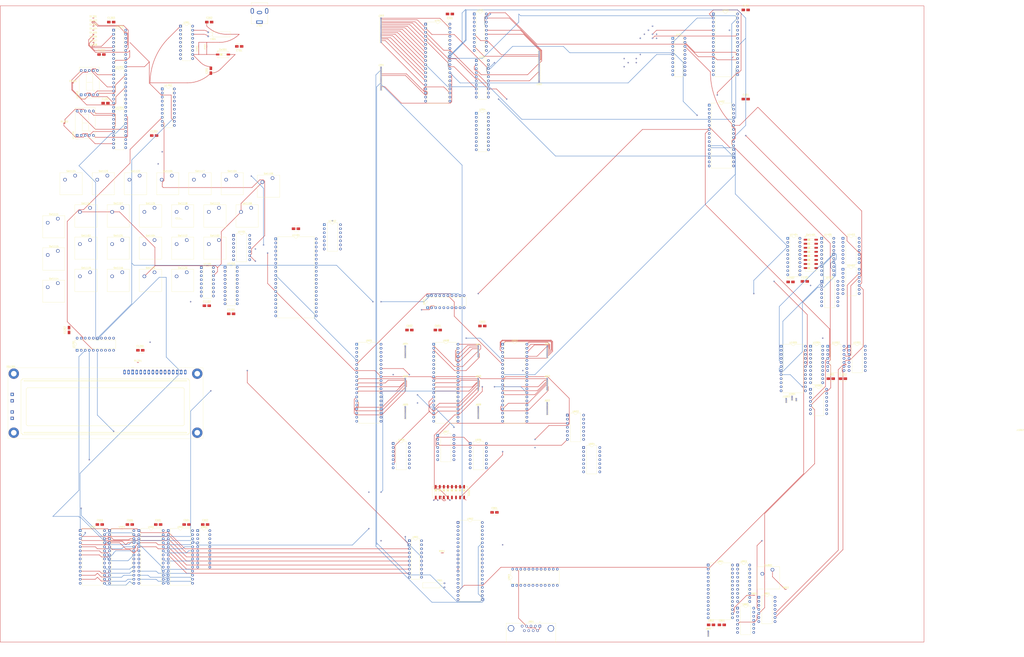
<source format=kicad_pcb>
(kicad_pcb (version 20211014) (generator pcbnew)
  (layers (0 "F.Cu" signal) (1 "In1.Cu" signal) (2 "In2.Cu" power "power") (3 "In3.Cu" power "ground") (4 "In4.Cu" signal) (5 "In5.Cu" signal) (6 "In6.Cu" signal) (7 "In7.Cu" signal) (8 "In8.Cu" signal) (31 "B.Cu" signal) (34 "B.Paste" user) (35 "F.Paste" user) (36 "B.SilkS" user "B.Silkscreen") (37 "F.SilkS" user "F.Silkscreen") (38 "B.Mask" user) (39 "F.Mask" user) (44 "Edge.Cuts" user))
  (net 0 "")
  (net 1 "GND")
  (net 2 "Net-(C301-Pad2)")
  (net 3 "Net-(D1301-Pad2)")
  (net 4 "Net-(D1302-Pad2)")
  (net 5 "Net-(D1303-Pad2)")
  (net 6 "Net-(D1304-Pad2)")
  (net 7 "Net-(D1305-Pad2)")
  (net 8 "Net-(D1306-Pad2)")
  (net 9 "Net-(D1307-Pad2)")
  (net 10 "Net-(D1308-Pad2)")
  (net 11 "Net-(DS1201-Pad3)")
  (net 12 "/16550/A1")
  (net 13 "/16550/_RD")
  (net 14 "Net-(DS1201-Pad6)")
  (net 15 "/16550/D0")
  (net 16 "/16550/D1")
  (net 17 "/16550/D2")
  (net 18 "/16550/D3")
  (net 19 "/16550/D4")
  (net 20 "/16550/D5")
  (net 21 "/16550/D6")
  (net 22 "/16550/D7")
  (net 23 "unconnected-(J201-Pad1)")
  (net 24 "/8086/READY")
  (net 25 "/16550/MR")
  (net 26 "/8086/NMI")
  (net 27 "/8086/INTR")
  (net 28 "/8086/_TEST")
  (net 29 "Net-(J201-Pad7)")
  (net 30 "Net-(J201-Pad8)")
  (net 31 "Net-(J201-Pad9)")
  (net 32 "/8086/_INTA")
  (net 33 "/16550/_WR")
  (net 34 "/16550/M{slash}_IO")
  (net 35 "Net-(J201-Pad14)")
  (net 36 "Net-(J201-Pad15)")
  (net 37 "/8086/A19")
  (net 38 "/8086/A18")
  (net 39 "/8086/A17")
  (net 40 "/8086/A16")
  (net 41 "/16550/A15")
  (net 42 "/16550/A14")
  (net 43 "/16550/A13")
  (net 44 "/16550/A12")
  (net 45 "/16550/A11")
  (net 46 "/16550/A10")
  (net 47 "/16550/A9")
  (net 48 "/16550/A8")
  (net 49 "/16550/A7")
  (net 50 "/16550/A6")
  (net 51 "/16550/A5")
  (net 52 "/16550/A4")
  (net 53 "/16550/A3")
  (net 54 "/16550/A2")
  (net 55 "/16550/A0")
  (net 56 "/16550/D15")
  (net 57 "/16550/D14")
  (net 58 "/16550/D13")
  (net 59 "/16550/D12")
  (net 60 "/16550/D11")
  (net 61 "/16550/D10")
  (net 62 "/16550/D9")
  (net 63 "/16550/D8")
  (net 64 "Net-(J601-Pad1)")
  (net 65 "Net-(J601-Pad2)")
  (net 66 "Net-(J601-Pad3)")
  (net 67 "Net-(J601-Pad4)")
  (net 68 "Net-(J601-Pad5)")
  (net 69 "Net-(J601-Pad6)")
  (net 70 "Net-(J601-Pad7)")
  (net 71 "Net-(J601-Pad8)")
  (net 72 "Net-(J602-Pad1)")
  (net 73 "Net-(J602-Pad2)")
  (net 74 "Net-(J602-Pad3)")
  (net 75 "Net-(J602-Pad4)")
  (net 76 "Net-(J602-Pad5)")
  (net 77 "Net-(J602-Pad6)")
  (net 78 "Net-(J602-Pad7)")
  (net 79 "Net-(J602-Pad8)")
  (net 80 "Net-(J603-Pad1)")
  (net 81 "Net-(J603-Pad2)")
  (net 82 "Net-(J603-Pad3)")
  (net 83 "Net-(J603-Pad4)")
  (net 84 "Net-(J603-Pad5)")
  (net 85 "Net-(J603-Pad6)")
  (net 86 "Net-(J603-Pad7)")
  (net 87 "Net-(J604-Pad1)")
  (net 88 "Net-(J604-Pad2)")
  (net 89 "Net-(J604-Pad3)")
  (net 90 "Net-(J604-Pad4)")
  (net 91 "Net-(J604-Pad5)")
  (net 92 "Net-(J604-Pad6)")
  (net 93 "Net-(J604-Pad7)")
  (net 94 "Net-(J604-Pad8)")
  (net 95 "Net-(J605-Pad1)")
  (net 96 "Net-(J605-Pad2)")
  (net 97 "Net-(J605-Pad3)")
  (net 98 "Net-(J605-Pad4)")
  (net 99 "Net-(J605-Pad5)")
  (net 100 "Net-(J605-Pad6)")
  (net 101 "Net-(J605-Pad7)")
  (net 102 "Net-(J605-Pad8)")
  (net 103 "Net-(J606-Pad1)")
  (net 104 "Net-(J606-Pad3)")
  (net 105 "Net-(J606-Pad4)")
  (net 106 "Net-(J606-Pad5)")
  (net 107 "Net-(J606-Pad7)")
  (net 108 "Net-(J606-Pad8)")
  (net 109 "Net-(J607-Pad1)")
  (net 110 "Net-(J607-Pad2)")
  (net 111 "Net-(J607-Pad3)")
  (net 112 "Net-(J607-Pad4)")
  (net 113 "Net-(J607-Pad5)")
  (net 114 "Net-(J607-Pad6)")
  (net 115 "Net-(J607-Pad7)")
  (net 116 "Net-(J607-Pad8)")
  (net 117 "Net-(J608-Pad1)")
  (net 118 "Net-(J608-Pad2)")
  (net 119 "Net-(J608-Pad3)")
  (net 120 "Net-(J608-Pad4)")
  (net 121 "Net-(J608-Pad5)")
  (net 122 "Net-(J608-Pad6)")
  (net 123 "Net-(J608-Pad7)")
  (net 124 "Net-(J608-Pad8)")
  (net 125 "Net-(J609-Pad1)")
  (net 126 "Net-(J609-Pad3)")
  (net 127 "Net-(J609-Pad4)")
  (net 128 "Net-(J609-Pad5)")
  (net 129 "Net-(J609-Pad7)")
  (net 130 "Net-(J609-Pad8)")
  (net 131 "Net-(J801-Pad1)")
  (net 132 "Net-(J801-Pad2)")
  (net 133 "Net-(J801-Pad3)")
  (net 134 "Net-(J801-Pad4)")
  (net 135 "Net-(J901-Pad1)")
  (net 136 "Net-(J901-Pad2)")
  (net 137 "Net-(J901-Pad9)")
  (net 138 "Net-(J1001-Pad1)")
  (net 139 "Net-(J1001-Pad2)")
  (net 140 "Net-(J1001-Pad3)")
  (net 141 "Net-(J1002-Pad1)")
  (net 142 "Net-(J1002-Pad2)")
  (net 143 "Net-(J1003-Pad1)")
  (net 144 "Net-(J1003-Pad2)")
  (net 145 "Net-(J1003-Pad3)")
  (net 146 "Net-(R801-Pad1)")
  (net 147 "Net-(R802-Pad1)")
  (net 148 "Net-(R901-Pad2)")
  (net 149 "Net-(R1301-Pad1)")
  (net 150 "Net-(R1302-Pad1)")
  (net 151 "Net-(SW601-Pad1)")
  (net 152 "Net-(SW1101-Pad1)")
  (net 153 "Net-(SW1101-Pad2)")
  (net 154 "Net-(SW1102-Pad1)")
  (net 155 "Net-(SW1103-Pad1)")
  (net 156 "Net-(SW1104-Pad1)")
  (net 157 "Net-(SW1105-Pad1)")
  (net 158 "Net-(SW1106-Pad2)")
  (net 159 "Net-(SW1110-Pad1)")
  (net 160 "Net-(SW1111-Pad2)")
  (net 161 "Net-(SW1116-Pad2)")
  (net 162 "Net-(SW1121-Pad2)")
  (net 163 "Net-(SW1401-Pad9)")
  (net 164 "Net-(SW1401-Pad10)")
  (net 165 "Net-(SW1401-Pad11)")
  (net 166 "Net-(SW1401-Pad12)")
  (net 167 "Net-(SW1401-Pad13)")
  (net 168 "Net-(SW1401-Pad14)")
  (net 169 "Net-(SW1401-Pad15)")
  (net 170 "Net-(SW1401-Pad16)")
  (net 171 "/8086/CLK")
  (net 172 "Net-(U201-Pad25)")
  (net 174 "Net-(U201-Pad35)")
  (net 175 "Net-(U201-Pad36)")
  (net 176 "Net-(U201-Pad37)")
  (net 177 "Net-(U201-Pad38)")
  (net 186 "/28F010/A17")
  (net 187 "/28F010/A18")
  (net 188 "/28F010/A19")
  (net 200 "/28F010/_O2")
  (net 201 "/28F010/_O1")
  (net 203 "/28F010/A16")
  (net 207 "/CY7C199/A16")
  (net 222 "/CY7C199/_CE1")
  (net 223 "/CY7C199/_CE0")
  (net 224 "/8255/O7")
  (net 225 "/8255/O6")
  (net 226 "/8255/O5")
  (net 227 "Net-(U603-Pad3)")
  (net 228 "Net-(U603-Pad7)")
  (net 229 "VCC")
  (net 230 "Net-(U604-Pad2)")
  (net 231 "Net-(U607-Pad6)")
  (net 232 "Net-(U801-Pad6)")
  (net 233 "Net-(U801-Pad8)")
  (net 234 "Net-(U1001-Pad2)")
  (net 235 "Net-(U1004-Pad4)")
  (net 236 "Net-(U802-Pad8)")
  (net 247 "Net-(U803-Pad19)")
  (net 251 "/8254/C2out")
  (net 252 "/8259/8279 IRQ")
  (net 253 "/16550/INTR")
  (net 257 "Net-(U901-Pad15)")
  (net 258 "Net-(U902-Pad15)")
  (net 259 "Net-(U902-Pad10)")
  (net 260 "Net-(U902-Pad11)")
  (net 261 "Net-(U902-Pad16)")
  (net 262 "Net-(U902-Pad17)")
  (net 271 "Net-(U902-Pad34)")
  (net 285 "Net-(U1001-Pad4)")
  (net 286 "Net-(U1002-Pad6)")
  (net 287 "Net-(U1002-Pad8)")
  (net 288 "Net-(U1003-Pad1)")
  (net 289 "Net-(U1003-Pad6)")
  (net 290 "Net-(U1003-Pad8)")
  (net 302 "/8254/_CS")
  (net 303 "Net-(U1101-Pad8)")
  (net 304 "Net-(U1102-Pad8)")
  (net 315 "/8279/_CS")
  (net 316 "Net-(U1104-Pad32)")
  (net 317 "Net-(U1104-Pad33)")
  (net 318 "Net-(U1104-Pad34)")
  (net 324 "Net-(U1301-Pad2)")
  (net 325 "Net-(U1301-Pad5)")
  (net 326 "Net-(U1301-Pad6)")
  (net 327 "Net-(U1301-Pad9)")
  (net 328 "Net-(U1301-Pad12)")
  (net 329 "Net-(U1302-Pad12)")
  (net 330 "Net-(U1301-Pad19)")
  (net 331 "Net-(U1301-Pad15)")
  (net 332 "Net-(U1301-Pad16)")
  (net 333 "Net-(U1304-Pad2)")
  (net 334 "Net-(U1304-Pad5)")
  (net 335 "Net-(U1304-Pad6)")
  (net 336 "Net-(U1304-Pad9)")
  (net 337 "Net-(U1304-Pad12)")
  (net 338 "Net-(U1304-Pad19)")
  (net 339 "Net-(U1304-Pad15)")
  (net 340 "Net-(U1304-Pad16)")
  (net 341 "Net-(U1402-Pad8)")
  (net 342 "Net-(U1403-Pad8)")
  (net 353 "/74374/_CS")
  (net 376 "Net-(U301-Pad16)")
  (net 377 "Net-(U301-Pad17)")
  (net 378 "Net-(J901-Pad3)")
  (footprint "Capacitor_SMD:CP_Elec_3x5.3" (layer "F.Cu") (at -35.56 -71.12)
    (fp_text reference "C1302")
    (fp_text value ".1uF")
  )
  (footprint "Capacitor_SMD:CP_Elec_3x5.3" (layer "F.Cu") (at 429.26 132.08)
    (fp_text reference "C1002")
    (fp_text value ".1uF")
  )
  (footprint "Button_Switch_Keyboard:SW_Cherry_MX_1.00u_Plate" (layer "F.Cu") (at -2.3 25.005)
    (fp_text reference "SW1125")
    (fp_text value "SW_Push_45deg")
  )
  (footprint "Button_Switch_Keyboard:SW_Cherry_MX_1.00u_Plate" (layer "F.Cu") (at -11.65 4.805)
    (fp_text reference "SW1122")
    (fp_text value "SW_Push_45deg")
  )
  (footprint "Button_Switch_Keyboard:SW_Cherry_MX_1.00u_Plate" (layer "F.Cu") (at -22.5 45.205)
    (fp_text reference "SW1121")
    (fp_text value "SW_Push_45deg")
  )
  (footprint "Capacitor_SMD:CP_Elec_3x5.3" (layer "F.Cu") (at 353.32 286.42)
    (fp_text reference "C801")
    (fp_text value ".1uF")
  )
  (footprint "Capacitor_SMD:CP_Elec_3x5.3" (layer "F.Cu") (at 31.98 -91.44)
    (fp_text reference "C302")
    (fp_text value ".1uF")
  )
  (footprint "LED_SMD:LED_0201_0603Metric" (layer "F.Cu") (at -40.64 -76.2)
    (fp_text reference "D1308")
    (fp_text value "LED")
  )
  (footprint "Capacitor_SMD:CP_Elec_3x5.3" (layer "F.Cu") (at 33.02 -60.96 90)
    (fp_text reference "C301")
    (fp_text value "10uF")
  )
  (footprint "Package_DIP:DIP-24_W15.24mm" (layer "F.Cu") (at 390.49 111.76)
    (fp_text reference "U1005")
    (fp_text value "8254")
  )
  (footprint "Capacitor_SMD:CP_Elec_3x5.3" (layer "F.Cu") (at -29.44 -91.44)
    (fp_text reference "C1303")
    (fp_text value ".1uF")
  )
  (footprint "Display_7Segment:D1X8K" (layer "F.Cu") (at -50.8 -20.4425 90)
    (fp_text reference "U1305")
    (fp_text value "D148K")
  )
  (footprint "Capacitor_SMD:CP_Elec_3x5.3" (layer "F.Cu") (at 421.64 132.08)
    (fp_text reference "C1001")
    (fp_text value ".1uF")
  )
  (footprint "Capacitor_SMD:CP_Elec_3x5.3" (layer "F.Cu") (at 17.78 223.52)
    (fp_text reference "C504")
    (fp_text value ".1uF")
  )
  (footprint "Capacitor_SMD:CP_Elec_3x5.3" (layer "F.Cu") (at 368.3 -43.18)
    (fp_text reference "C401")
    (fp_text value ".1uF")
  )
  (footprint "Package_DIP:DIP-14_W10.16mm" (layer "F.Cu") (at 433.09 111.76)
    (fp_text reference "U1001")
    (fp_text value "74LS04")
  )
  (footprint "Resistor_SMD:R_0201_0603Metric" (layer "F.Cu") (at 393.355 264.16)
    (fp_text reference "R802")
    (fp_text value "10k")
  )
  (footprint "Button_Switch_Keyboard:SW_Cherry_MX_1.00u_Plate" (layer "F.Cu") (at -22.5 25.005)
    (fp_text reference "SW1107")
    (fp_text value "SW_Push_45deg")
  )
  (footprint "Display_7Segment:D1X8K" (layer "F.Cu") (at -48.26 -45.8425 90)
    (fp_text reference "U1303")
    (fp_text value "D148K")
  )
  (footprint "Button_Switch_Keyboard:SW_Cherry_MX_1.00u_Plate" (layer "F.Cu") (at 17.9 65.405)
    (fp_text reference "SW1120")
    (fp_text value "SW_Push_45deg")
  )
  (footprint "Resistor_SMD:R_0201_0603Metric" (layer "F.Cu") (at -58.765 -27.94)
    (fp_text reference "R1302")
    (fp_text value "R")
  )
  (footprint "Button_Switch_Keyboard:SW_Cherry_MX_1.00u_Plate" (layer "F.Cu") (at 17.9 25.005)
    (fp_text reference "SW1118")
    (fp_text value "SW_Push_45deg")
  )
  (footprint "Package_DIP:DIP-40_W15.24mm" (layer "F.Cu") (at 215.895 110.495)
    (fp_text reference "U602")
    (fp_text value "8255")
  )
  (footprint "Capacitor_SMD:CP_Elec_3x5.3" (layer "F.Cu") (at -36.6 223.52)
    (fp_text reference "C503")
    (fp_text value ".1uF")
  )
  (footprint "Capacitor_SMD:CP_Elec_3x5.3" (layer "F.Cu") (at 396.41 71.45)
    (fp_text reference "C1402")
    (fp_text value ".1uF")
  )
  (footprint "Package_DIP:DIP-14_W10.16mm" (layer "F.Cu") (at 195.56 172.715)
    (fp_text reference "U606")
    (fp_text value "74AHCT04")
  )
  (footprint "Package_DIP:DIP-32_W15.24mm" (layer "F.Cu") (at 345.435 -39.37)
    (fp_text reference "U402")
    (fp_text value "28F010")
  )
  (footprint "Package_DIP:DIP-20_W7.62mm" (layer "F.Cu") (at 168.915 87.62 90)
    (fp_text reference "U601")
    (fp_text value "PAL16L8")
  )
  (footprint "Package_DIP:DIP-14_W10.16mm" (layer "F.Cu") (at 429.26 44.1)
    (fp_text reference "U1403")
    (fp_text value "74LS21")
  )
  (footprint "Button_Switch_Keyboard:SW_Cherry_MX_1.00u_Plate" (layer "F.Cu") (at -42.7 65.405)
    (fp_text reference "SW1119")
    (fp_text value "SW_Push_45deg")
  )
  (footprint "LED_SMD:LED_0201_0603Metric" (layer "F.Cu") (at -40.64 -81.28)
    (fp_text reference "D1306")
    (fp_text value "LED")
  )
  (footprint "Package_DIP:DIP-14_W10.16mm" (layer "F.Cu") (at 175.24 167.635)
    (fp_text reference "U607")
    (fp_text value "74LVC1G332")
  )
  (footprint "Capacitor_SMD:CP_Elec_3x5.3" (layer "F.Cu") (at 157.48 101.6)
    (fp_text reference "C602")
    (fp_text value ".1uf")
  )
  (footprint "LED_SMD:LED_0201_0603Metric" (layer "F.Cu") (at -40.64 -91.44)
    (fp_text reference "D1302")
    (fp_text value "LED")
  )
  (footprint "Button_Switch_Keyboard:SW_Cherry_MX_1.00u_Plate" (layer "F.Cu") (at 48.95 4.805)
    (fp_text reference "SW1101")
    (fp_text value "SW_Push_45deg")
  )
  (footprint "Button_Switch_Keyboard:SW_Cherry_MX_1.00u_Plate" (layer "F.Cu") (at -52.05 4.805)
    (fp_text reference "SW1124")
    (fp_text value "SW_Push_45deg")
  )
  (footprint "Connector_PinHeader_1.00mm:PinHeader_1x03_P1.00mm_Vertical" (layer "F.Cu") (at 397.34 143.31)
    (fp_text reference "J1001")
    (fp_text value "Conn_01x03_Male")
  )
  (footprint "Capacitor_SMD:CP_Elec_3x5.3" (layer "F.Cu") (at -17.78 223.52)
    (fp_text reference "C505")
    (fp_text value ".1uF")
  )
  (footprint "Package_DIP:DIP-28_W15.24mm" (layer "F.Cu") (at 344.77 248.92)
    (fp_text reference "U804")
    (fp_text value "8259")
  )
  (footprint "Package_DIP:DIP-28_W15.24mm" (layer "F.Cu") (at -48.885 227.34)
    (fp_text reference "U505")
    (fp_text value "CY7C199")
  )
  (footprint "Button_Switch_Keyboard:SW_Cherry_MX_1.00u_Plate" (layer "F.Cu") (at 28.75 4.805)
    (fp_text reference "SW1117")
    (fp_text value "SW_Push_45deg")
  )
  (footprint "Package_DIP:DIP-20_W7.62mm" (layer "F.Cu") (at 198.12 -96.52)
    (fp_text reference "U202")
    (fp_text value "74AHC373")
  )
  (footprint "Connector_PinHeader_1.00mm:PinHeader_1x04_P1.00mm_Vertical" (layer "F.Cu") (at 344.87 290.37)
    (fp_text reference "J801")
    (fp_text value "Conn_01x04_Male")
  )
  (footprint "Package_DIP:DIP-20_W7.62mm" (layer "F.Cu") (at 322.58 -81.28)
    (fp_text reference "U401")
    (fp_text value "PAL16L8")
  )
  (footprint "Connector_PinHeader_1.00mm:PinHeader_1x03_P1.00mm_Vertical" (layer "F.Cu") (at 393.7 144.78)
    (fp_text reference "J1003")
    (fp_text value "Conn_01x03_Male")
  )
  (footprint "Capacitor_SMD:CP_Elec_3x5.3" (layer "F.Cu") (at 175.26 101.6)
    (fp_text reference "C601")
    (fp_text value ".1uf")
  )
  (footprint "Package_DIP:DIP-20_W7.62mm" (layer "F.Cu") (at 415.91 44.1)
    (fp_text reference "U1405")
    (fp_text value "74LS244")
  )
  (footprint "Button_Switch_SMD:SW_DIP_SPSTx01_Slide_6.7x4.1mm_W6.73mm_P2.54mm_LowProfile_JPin" (layer "F.Cu") (at 40.64 -71.12)
    (fp_text reference "SW301")
    (fp_text value "SW_DIP_x01")
  )
  (footprint "Capacitor_SMD:CP_Elec_3x5.3" (layer "F.Cu") (at 405.36 71.12)
    (fp_text reference "C1401")
    (fp_text value ".1uF")
  )
  (footprint "Connector_PinHeader_1.00mm:PinHeader_1x08_P1.00mm_Vertical" (layer "F.Cu") (at 200.66 111.3)
    (fp_text reference "J607")
    (fp_text value "Conn_01x08_Male")
  )
  (footprint "Connector_PinHeader_1.00mm:PinHeader_1x15_P1.00mm_Vertical" (layer "F.Cu") (at 139.7 -62.96)
    (fp_text reference "J201")
    (fp_text value "Conn_01x15_Male")
  )
  (footprint "Resistor_SMD:R_0201_0603Metric" (layer "F.Cu") (at 177.8 241.3)
    (fp_text reference "R901")
    (fp_text value "1kohm")
  )
  (footprint "LED_SMD:LED_0201_0603Metric" (layer "F.Cu") (at -40.64 -86.36)
    (fp_text reference "D1304")
    (fp_text value "LED")
  )
  (footprint "Resistor_SMD:R_0201_0603Metric" (layer "F.Cu") (at -12.7 121.92)
    (fp_text reference "R1201")
    (fp_text value "R")
  )
  (footprint "Package_DIP:DIP-20_W7.62mm" (layer "F.Cu") (at 408.94 111.76)
    (fp_text reference "U1004")
    (fp_text value "PAL16L8")
  )
  (footprint "Crystal:Crystal_AT310_D3.0mm_L10.0mm_Horizontal" (layer "F.Cu") (at 31.35 -82.52 90)
    (fp_text reference "Y301")
    (fp_text value "~")
  )
  (footprint "Connector_PinHeader_1.00mm:PinHeader_1x16_P1.00mm_Vertical" (layer "F.Cu") (at 139.7 -93.86)
    (fp_text reference "J203")
    (fp_text value "Conn_01x16_Male")
  )
  (footprint "Display:LCD-016N002L" (layer "F.Cu") (at -16.02 127.9625)
    (fp_text reference "DS1201")
    (fp_text value "LCD4x20")
  )
  (footprint "Button_Switch_Keyboard:SW_Cherry_MX_1.00u_Plate" (layer "F.Cu") (at 58.3 25.005)
    (fp_text reference "SW1108")
    (fp_text value "SW_Push_45deg")
  )
  (footprint "Package_DIP:DIP-40_W25.4mm" (layer "F.Cu") (at 73.685 44.455)
    (fp_text reference "U1104")
    (fp_text value "pkd8279")
  )
  (footprint "Connector_PinHeader_1.00mm:PinHeader_1x08_P1.00mm_Vertical" (layer "F.Cu") (at 154.94 149.86)
    (fp_text reference "J605")
    (fp_text value "Conn_01x08_Male")
  )
  (footprint "Button_Switch_Keyboard:SW_Cherry_MX_1.00u_Plate" (layer "F.Cu") (at -42.7 25.005)
    (fp_text reference "SW1106")
    (fp_text value "SW_Push_45deg")
  )
  (footprint "Capacitor_SMD:CP_Elec_3x5.3" (layer "F.Cu") (at 45.72 91.44)
    (fp_text reference "C1101")
    (fp_text value ".1uF")
  )
  (footprint "LED_SMD:LED_0201_0603Metric" (layer "F.Cu") (at -40.64 -93.98)
    (fp_text reference "D1301")
    (fp_text value "LED")
  )
  (footprint "Connector_PinHeader_1.00mm:PinHeader_1x08_P1.00mm_Vertical" (layer "F.Cu") (at 243.84 132.08)
    (fp_text reference "J603")
    (fp_text value "Conn_01x08_Male")
  )
  (footprint "Capacitor_SMD:CP_Elec_3x5.3" (layer "F.Cu") (at -33.02 -40.64)
    (fp_text reference "C1304")
    (fp_text value ".1uF")
  )
  (footprint "Package_DIP:DIP-14_W10.16mm" (layer "F.Cu") (at 256.52 154.935)
    (fp_text reference "U603")
    (fp_text value "74AUC2G32")
  )
  (footprint "Package_DIP:DIP-20_W7.62mm" (layer "F.Cu") (at -27.96 -35.565)
    (fp_text reference "U1304")
    (fp_text value "74AHC373")
  )
  (footprint "Package_DIP:DIP-14_W10.16mm" (layer "F.Cu") (at 419.74 111.76)
    (fp_text reference "U1002")
    (fp_text value "74LS21")
  )
  (footprint "Package_DIP:DIP-20_W7.62mm" (layer "F.Cu") (at 199.4 -34.285)
    (fp_text reference "U204")
    (fp_text value "74AHC373")
  )
  (footprint "Connector_Dsub:DSUB-9_Female_Horizontal_P2.77x2.84mm_EdgePinOffset7.70mm_Housed_MountingHolesOffset9.12mm" (layer "F.Cu") (at 239.23 287.209669)
    (fp_text reference "J901")
    (fp_text value "DSUB-9")
  )
  (footprint "Package_DIP:DIP-14_W10.16mm" (layer "F.Cu") (at 266.68 175.255)
    (fp_text reference "U604")
    (fp_text value "4011")
  )
  (footprint "Button_Switch_Keyboard:SW_Cherry_MX_1.00u_Plate" (layer "F.Cu") (at 17.9 45.205)
    (fp_text reference "SW1112")
    (fp_text value "SW_Push_45deg")
  )
  (footprint "Package_DIP:DIP-14_W10.16mm" (layer "F.Cu") (at 415.91 71.115)
    (fp_text reference "U1401")
    (fp_text value "74LS04")
  )
  (footprint "Package_DIP:DIP-20_W7.62mm" (layer "F.Cu") (at 394.66 44.1)
    (fp_text reference "U1404")
    (fp_text value "PAL16L8")
  )
  (footprint "Capacitor_SMD:CP_Elec_3x5.3" (layer "F.Cu") (at 50.8 -76.2 180)
    (fp_text reference "C701")
    (fp_text value "100uF")
  )
  (footprint "LED_SMD:LED_0201_0603Metric" (layer "F.Cu") (at -40.64 -88.9)
    (fp_text reference "D1303")
    (fp_text value "LED")
  )
  (footprint "Connector_PinHeader_1.00mm:PinHeader_1x02_P1.00mm_Vertical" (layer "F.Cu") (at 400.04 144.78)
    (fp_text reference "J1002")
    (fp_text value "Conn_01x02_Male")
  )
  (footprint "Button_Switch_Keyboard:SW_Cherry_MX_1.00u_PCB" (layer "F.Cu") (at 385.085 251.865)
    (fp_text reference "SW801")
    (fp_text value "SW_Push")
  )
  (footprint "Connector_PinHeader_1.00mm:PinHeader_1x20_P1.00mm_Vertical" (layer "F.Cu") (at 238.76 -54.04 180)
    (fp_text reference "J202")
    (fp_text value "Conn_01x20_Male")
  )
  (footprint "Package_DIP:DIP-28_W15.24mm" (layer "F.Cu") (at -30.485 227.34)
    (fp_text reference "U503")
    (fp_text value "CY7C199")
  )
  (footprint "Package_DIP:DIP-14_W10.16mm" (layer "F.Cu") (at 147.3 172.715)
    (fp_text reference "U609")
    (fp_text value "74AUC2G32")
  )
  (footprint "Button_Switch_Keyboard:SW_Cherry_MX_1.00u_Plate" (layer "F.Cu") (at -2.3 65.405)
    (fp_text reference "SW1110")
    (fp_text value "SW_Push_45deg")
  )
  (footprint "Package_DIP:DIP-40_W15.24mm" (layer "F.Cu") (at 187.955 222.255)
    (fp_text reference "U902")
    (fp_text value "16550")
  )
  (footprint "Package_DIP:DIP-14_W10.16mm" (layer "F.Cu") (at 47.235 42.26)
    (fp_text reference "U1101")
    (fp_text value "74LS21")
  )
  (footprint "LED_SMD:LED_0201_0603Metric" (layer "F.Cu") (at -40.64 -78.74)
    (fp_text reference "D1307")
    (fp_text value "LED")
  )
  (footprint "Button_Switch_Keyboard:SW_Cherry_MX_1.00u_Plate" (layer "F.Cu") (at -42.7 45.205)
    (fp_text reference "SW1102")
    (fp_text value "SW_Push_45deg")
  )
  (footprint "Button_Switch_Keyboard:SW_Cherry_MX_1.00u_Plate" (layer "F.Cu") (at 38.1 25.005)
    (fp_text reference "SW1113")
    (fp_text value "SW_Push_45deg")
  )
  (footprint "Capacitor_SMD:CP_Elec_3x5.3" (layer "F.Cu") (at 346.57 286.42)
    (fp_text reference "C802")
    (fp_text value ".1uF")
  )
  (footprint "Package_DIP:DIP-20_W7.62mm" (layer "F.Cu") (at 2.54 -49.525)
    (fp_text reference "U1302")
    (fp_text value "PAL16L8")
  )
  (footprint "Connector_PinHeader_1.00mm:PinHeader_1x08_P1.00mm_Vertical" (layer "F.Cu") (at 154.94 132.08)
    (fp_text reference "J606")
    (fp_text value "Conn_01x08_Male")
  )
  (footprint "LED_SMD:LED_0201_0603Metric" (layer "F.Cu") (at -40.64 -83.82)
    (fp_text reference "D1305")
    (fp_text value "LED")
  )
  (footprint "Button_Switch_Keyboard:SW_Cherry_MX_1.00u_Plate" (layer "F.Cu") (at 8.55 4.805)
    (fp_text reference "SW1105")
    (fp_text value "SW_Push_45deg")
  )
  (footprint "Button_Switch_Keyboard:SW_Cherry_MX_1.00u_Plate" (layer "F.Cu") (at 38.1 45.205)
    (fp_text reference "SW1103")
    (fp_text value "SW_Push_45deg")
  )
  (footprint "Package_DIP:DIP-40_W15.24mm" (layer "F.Cu") (at 172.715 110.495)
    (fp_text reference "U608")
    (fp_text value "8255")
  )
  (footprint "Capacitor_SMD:CP_Elec_3x5.3" (layer "F.Cu") (at 203.2 99.06)
    (fp_text reference "C603")
    (fp_text value ".1uf")
  )
  (footprint "LED_SMD:LED_0201_0603Metric" (layer "F.Cu") (at 25.4 -76.2 90)
    (fp_text reference "D301")
    (fp_text value "LED")
  )
  (footprint "Button_Switch_SMD:SW_DIP_SPSTx08_Slide_6.7x21.88mm_W6.73mm_P2.54mm_LowProfile_JPin" (layer "F.Cu") (at 409.11 53.85)
    (fp_text reference "SW1401")
    (fp_text value "SW_DIP_x08")
  )
  (footprint "Connector_PinHeader_1.00mm:PinHeader_1x08_P1.00mm_Vertical" (layer "F.Cu") (at 243.84 111.76)
    (fp_text reference "J601")
    (fp_text value "Conn_01x08_Male")
  )
  (footprint "Package_DIP:DIP-20_W7.62mm" (layer "F.Cu") (at 41.92 62.235)
    (fp_text reference "U1103")
    (fp_text value "PAL16L8")
  )
  (footprint "Package_DIP:DIP-14_W10.16mm" (layer "F.Cu") (at 429.26 63.5)
    (fp_text reference "U1402")
    (fp_text value "74LS21")
  )
  (footprint "Package_DIP:DIP-40_W15.24mm" (layer "F.Cu") (at 167.635 -90.165)
    (fp_text reference "U201")
    (fp_text value "8086_Min_Mode")
  )
  (footprint "Package_DIP:DIP-20_W7.62mm" (layer "F.Cu") (at 363.22 248.92)
    (fp_text reference "U803")
    (fp_text value "PAL16L8")
  )
  (footprint "Resistor_SMD:R_0201_0603Metric" (layer "F.Cu") (at 373.67 267.92)
    (fp_text reference "R801")
    (fp_text value "10k")
  )
  (footprint "Package_DIP:DIP-14_W10.16mm" (layer "F.Cu") (at 376.52 269.12)
    (fp_text reference "U801")
    (fp_text value "74LS21")
  )
  (footprint "Package_DIP:DIP-20_W7.62mm" (layer "F.Cu") (at 157.48 233.68)
    (fp_text reference "U901")
    (fp_text value "PAL16L8")
  )
  (footprint "Package_DIP:DIP-20_W7.62mm" (layer "F.Cu") (at -27.94 -60.96)
    (fp_text reference "U1301")
    (fp_text value "74AHC373")
  )
  (footprint "Package_DIP:DIP-40_W15.24mm" (layer "F.Cu") (at 124.455 110.495)
    (fp_text reference "U605")
    (fp_text value "8255")
  )
  (footprint "Connector_PinHeader_1.00mm:PinHeader_1x08_P1.00mm_Vertical" (layer "F.Cu") (at 243.84 147.32)
    (fp_text reference "J602")
    (fp_text value "Conn_01x08_Male")
  )
  (footprint "Package_DIP:DIP-20_W7.62mm" (layer "F.Cu") (at -27.96 -86.365)
    (fp_text reference "U1306")
    (fp_text value "74AHC373")
  )
  (footprint "Capacitor_SMD:CP_Elec_3x5.3" (layer "F.Cu") (at -11.2 114.3)
    (fp_text reference "C1201")
    (fp_text value "C")
  )
  (footprint "Button_Switch_Keyboard:SW_Cherry_MX_1.00u_Plate" (layer "F.Cu") (at -62.9 52.005)
    (fp_text reference "SW1115")
    (fp_text value "SW_Push_45deg")
  )
  (footprint "Capacitor_SMD:CP_Elec_3x5.3" (layer "F.Cu") (at 182.88 -96.52 180)
    (fp_text reference "C201")
    (fp_text value ".1uF")
  )
  (footprint "Button_Switch_Keyboard:SW_Cherry_MX_1.00u_Plate" (layer "F.Cu") (at 71.675 6.35)
    (fp_text reference "SW1109")
    (fp_text value "SW_Push_45deg")
  )
  (footprint "Package_DIP:DIP-20_W7.62mm" (layer "F.Cu") (at -50.8 114.3 90)
    (fp_text reference "U1201")
    (fp_text value "PAL16L8")
  )
  (footprint "Package_DIP:DIP-14_W10.16mm" (layer "F.Cu") (at 408.89 138.76)
    (fp_text reference "U1003")
    (fp_text value "74LS21")
  )
  (footprint "Button_Switch_Keyboard:SW_Cherry_MX_1.00u_Plate" (layer "F.Cu") (at -2.3 45.205)
    (fp_text reference "SW1104")
    (fp_text value "SW_Push_45deg")
  )
  (footprint "Capacitor_SMD:CP_Elec_3x5.3" (layer "F.Cu") (at -2.54 -20.32)
    (fp_text reference "C1301")
    (fp_text value ".1uF")
  )
  (footprint "Package_DIP:DIP-28_W15.24mm" (layer "F.Cu") (at -12.085 227.34)
    (fp_text reference "U502")
    (fp_text value "CY7C199")
  )
  (footprint "Capacitor_SMD:CP_Elec_3x5.3" (layer "F.Cu") (at -55.88 101.6 90)
    (fp_text reference "C1202")
    (fp_text value "C")
  )
  (footprint "Capacitor_SMD:CP_Elec_3x5.3" (layer "F.Cu") (at 368.3 -99.06)
    (fp_text reference "C402")
    (fp_text value ".1uF")
  )
  (footprint "Capacitor_SMD:CP_Elec_3x5.3" (layer "F.Cu") (at 29.44 223.52)
    (fp_text reference "C502")
    (fp_text value ".1uF")
  )
  (footprint "Package_DIP:DIP-18_W7.62mm" (layer "F.Cu") (at 13.98 -88.9)
    (fp_text reference "U301")
    (fp_text value "~")
  )
  (footprint "Crystal:Crystal_AT310_D3.0mm_L10.0mm_Horizontal" (layer "F.Cu") (at 179.47 260.32 -90)
    (fp_text reference "Y901")
    (fp_text value "~")
  )
  (footprint "Connector_PinHeader_1.00mm:PinHeader_1x08_P1.00mm_Vertical" (layer "F.Cu") (at 154.94 111.76)
    (fp_text reference "J604")
    (fp_text value "Conn_01x08_Male")
  )
  (footprint "Package_DIP:DIP-28_W15.24mm" (layer "F.Cu") (at 6.315 227.34)
    (fp_text reference "U504")
    (fp_text value "CY7C199")
  )
  (footprint "Connector_PinHeader_1.00mm:PinHeader_1x08_P1.00mm_Vertical" (layer "F.Cu") (at 200.66 132.08)
    (fp_text reference "J609")
    (fp_text value "Conn_01x08_Male")
  )
  (footprint "Package_DIP:DIP-14_W10.16mm" (layer "F.Cu") (at 363.17 275.92)
    (fp_text reference "U802")
    (fp_text value "74LS21")
  )
  (footprint "Capacitor_SMD:CP_Elec_3x5.3" (layer "F.Cu") (at 86.36 38.1)
    (fp_text reference "C1102")
    (fp_text value ".1uF")
  )
  (footprint "Button_Switch_Keyboard:SW_Cherry_MX_1.00u_Plate" (layer "F.Cu") (at -31.85 4.805)
    (fp_text reference "SW1123")
    (fp_text value "SW_Push_45deg")
  )
  (footprint "Package_DIP:DIP-20_W7.62mm" (layer "F.Cu") (at 24.765 227.34)
    (fp_text reference "U501")
    (fp_text value "PAL16L8")
  )
  (footprint "Capacitor_SMD:CP_Elec_3x5.3" (layer "F.Cu") (at 210.82 215.9)
    (fp_text reference "C901")
    (fp_text value ".1uF")
  )
  (footprint "Button_Switch_SMD:SW_DIP_SPSTx08_Slide_6.7x21.88mm_W6.73mm_P2.54mm_LowProfile_JPin" (layer "F.Cu") (at 182.88 203.2 -90)
    (fp_text reference "SW601")
    (fp_text value "SW_DIP_x08")
  )
  (footprint "Package_DIP:DIP-14_W10.16mm" (layer "F.Cu") (at 104.12 35.555)
    (fp_text reference "U1102")
    (fp_text value "74LS21")
  )
  (footprint "Button_Switch_Keyboard:SW_Cherry_MX_1.00u_Plate" (layer "F.Cu") (at -62.9 72.205)
    (fp_text reference "SW1114")
    (fp_text value "SW_Push_45deg")
  )
  (footprint "Package_DIP:DIP-20_W7.62mm" (layer "F.Cu") (at 199.4 -67.305)
    (fp_text reference "U203")
    (fp_text value "74AHC373")
  )
  (footprint "Package_DIP:DIP-24_W10.16mm" (layer "F.Cu") (at 222.245 261.64 90)
    (fp_text reference "U903")
    (fp_text value "max235cpg")
  )
  (footprint "Button_Switch_Keyboard:SW_Cherry_MX_1.00u_Plate" (layer "F.Cu") (at -22.5 65.405)
    (fp_text reference "SW1116")
    (fp_text value "SW_Push_45deg")
  )
  (footprint "Connector_BarrelJack:BarrelJack_CUI_PJ-063AH_Horizontal" (layer "F.Cu") (at 63.5 -91.44 180)
    (fp_text reference "J701")
    (fp_text value "Barrel_Jack")
  )
  (footprint "Button_Switch_Keyboard:SW_Cherry_MX_1.00u_Plate" (layer "F.Cu") (at -62.9 31.805)
    (fp_text reference "SW1111")
    (fp_text value "SW_Push_45deg")
  )
  (footprint "Resistor_SMD:R_0201_0603Metric" (layer "F.Cu") (at -53.34 -53.34)
    (fp_text reference "R1301")
    (fp_text value "R")
  )
  (footprint "Capacitor_SMD:CP_Elec_3x5.3" (layer "F.Cu") (at 30.48 86.36)
    (fp_text reference "C1103")
    (fp_text value ".1uF")
  )
  (footprint "Capacitor_SMD:CP_Elec_3x5.3" (layer "F.Cu") (at 0 223.52)
    (fp_text reference "C501")
    (fp_text value ".1uF")
  )
  (footprint "Package_DIP:DIP-16_W7.62mm" (layer "F.Cu") (at 27.035 62.46)
    (fp_text reference "U1105")
    (fp_text value "74LS138")
  )
  (footprint "Package_DIP:DIP-32_W15.24mm" (layer "F.Cu") (at 347.98 -96.52)
    (fp_text reference "U403")
    (fp_text value "28F010")
  )
  (footprint "Connector_PinHeader_1.00mm:PinHeader_1x08_P1.00mm_Vertical" (layer "F.Cu") (at 200.66 149.86)
    (fp_text reference "J608")
    (fp_text value "Conn_01x08_Male")
  )
  (footprint "Resistor_SMD:R_0201_0603Metric" (layer "F.Cu") (at 30.48 -76.2 90)
    (fp_text reference "R301")
    (fp_text value "10k")
  )
  (gr_rect (start -99.06 -101.6) (end 480.06 297.18) (layer "F.Cu") (width 0.2) (fill none))
  (via (at 312.42 -83.82) (size 0.8) (drill 0.4) (layers "F.Cu" "B.Cu") (net 0))
  (via (at 299.72 -68.58) (size 0.8) (drill 0.4) (layers "F.Cu" "B.Cu") (net 0))
  (segment (start 48.26 -71.12) (end 39.131442 -61.991442) (width 0.25) (layer "F.Cu") (net 1))
  (segment (start 44.005 -71.12) (end 48.26 -71.12) (width 0.25) (layer "F.Cu") (net 1))
  (segment (start 18.245013 -53.34) (end -5.08 -53.34) (width 0.25) (layer "F.Cu") (net 1))
  (segment (start 162.4 -92.86) (end 139.7 -92.86) (width 0.25) (layer "F.Cu") (net 1))
  (segment (start 30.48 -91.44) (end 30.48 -88.9) (width 0.25) (layer "F.Cu") (net 1))
  (segment (start 30.48 -78.74) (end 25.4 -78.74) (width 0.25) (layer "F.Cu") (net 1))
  (segment (start 38.535796 -78.74) (end 30.48 -78.74) (width 0.25) (layer "F.Cu") (net 1))
  (segment (start 205.895489 -60.809511) (end 207.02 -59.685) (width 0.25) (layer "F.Cu") (net 1))
  (segment (start 6.587262 -81.507262) (end 13.98 -88.9) (width 0.25) (layer "F.Cu") (net 1))
  (segment (start 205.895489 -63.344511) (end 205.895489 -60.809511) (width 0.25) (layer "F.Cu") (net 1))
  (segment (start 42.744204 -83.82) (end 50.8 -83.82) (width 0.25) (layer "F.Cu") (net 1))
  (segment (start 150.08 -84.86) (end 139.7 -84.86) (width 0.25) (layer "F.Cu") (net 1))
  (segment (start 30.48 -78.74) (end 30.48 -76.52) (width 0.25) (layer "F.Cu") (net 1))
  (segment (start 397.91 71.45) (end 398.45 71.45) (width 0.25) (layer "F.Cu") (net 1))
  (segment (start 171.590489 -83.669511) (end 185.570489 -83.669511) (width 0.25) (layer "F.Cu") (net 1))
  (segment (start 139.7 -81.609511) (end 139.7 -81.86) (width 0.25) (layer "F.Cu") (net 1))
  (segment (start 145.710489 -81.609511) (end 139.7 -81.609511) (width 0.25) (layer "F.Cu") (net 1))
  (segment (start 63.5 -96.52) (end 63.5 -97.44) (width 0.25) (layer "F.Cu") (net 1))
  (segment (start 167.635 -67.305) (end 150.08 -84.86) (width 0.25) (layer "F.Cu") (net 1))
  (segment (start 167.635 -87.625) (end 171.590489 -83.669511) (width 0.25) (layer "F.Cu") (net 1))
  (segment (start 167.635 -59.685) (end 145.710489 -81.609511) (width 0.25) (layer "F.Cu") (net 1))
  (segment (start 209.32 215.9) (end 209.32 216.13) (width 0.25) (layer "F.Cu") (net 1))
  (segment (start 185.570489 -83.669511) (end 205.895489 -63.344511) (width 0.25) (layer "F.Cu") (net 1))
  (segment (start 167.635 -87.625) (end 162.4 -92.86) (width 0.25) (layer "F.Cu") (net 1))
  (segment (start 398.45 71.45) (end 398.78 71.12) (width 0.25) (layer "F.Cu") (net 1))
  (segment (start 25.4 -78.74) (end 25.4 -76.52) (width 0.25) (layer "F.Cu") (net 1))
  (via (at 208.28 -96.52) (size 0.8) (drill 0.4) (layers "F.Cu" "B.Cu") (net 1))
  (via (at 210.82 -66.04) (size 0.8) (drill 0.4) (layers "F.Cu" "B.Cu") (net 1))
  (arc (start -5.08 -53.34) (mid -2.047777 -68.584012) (end 6.587262 -81.507262) (width 0.25) (layer "F.Cu") (net 1))
  (arc (start 39.131442 -61.991442) (mid 36.327489 -60.1179) (end 33.02 -59.46) (width 0.25) (layer "F.Cu") (net 1))
  (arc (start 33.02 -59.46) (mid 26.241179 -54.930536) (end 18.245013 -53.34) (width 0.25) (layer "F.Cu") (net 1))
  (arc (start 50.8 -83.82) (mid 45.173136 -80.060249) (end 38.535796 -78.74) (width 0.25) (layer "F.Cu") (net 1))
  (arc (start 30.48 -88.9) (mid 36.106864 -85.140249) (end 42.744204 -83.82) (width 0.25) (layer "F.Cu") (net 1))
  (segment (start 228.410331 287.209669) (end 228.6 287.02) (width 0.25) (layer "B.Cu") (net 1))
  (segment (start 210.82 -66.04) (end 208.129511 -63.349511) (width 0.25) (layer "B.Cu") (net 1))
  (segment (start 208.129511 -63.349511) (end 206.554211 -63.349511) (width 0.25) (layer "B.Cu") (net 1))
  (segment (start 205.895489 -62.690789) (end 205.895489 -60.809511) (width 0.25) (layer "B.Cu") (net 1))
  (segment (start 204.615489 -90.024511) (end 205.74 -88.9) (width 0.25) (layer "B.Cu") (net 1))
  (segment (start 205.895489 -60.809511) (end 207.02 -59.685) (width 0.25) (layer "B.Cu") (net 1))
  (segment (start 228.15 287.209669) (end 228.410331 287.209669) (width 0.25) (layer "B.Cu") (net 1))
  (segment (start 208.28 -96.52) (end 206.864511 -95.104511) (width 0.25) (layer "B.Cu") (net 1))
  (segment (start 206.864511 -95.104511) (end 205.274211 -95.104511) (width 0.25) (layer "B.Cu") (net 1))
  (segment (start 204.615489 -94.445789) (end 204.615489 -90.024511) (width 0.25) (layer "B.Cu") (net 1))
  (segment (start 206.554211 -63.349511) (end 205.895489 -62.690789) (width 0.25) (layer "B.Cu") (net 1))
  (segment (start 205.274211 -95.104511) (end 204.615489 -94.445789) (width 0.25) (layer "B.Cu") (net 1))
  (segment (start 21.6 -71.12) (end 25.4 -71.12) (width 0.25) (layer "F.Cu") (net 2))
  (segment (start 25.4 -71.12) (end 37.275 -71.12) (width 0.25) (layer "F.Cu") (net 2))
  (segment (start 21.6 -71.12) (end 26.532994 -66.187006) (width 0.25) (layer "F.Cu") (net 2))
  (segment (start 33.02 -63.5) (end 33.02 -62) (width 0.25) (layer "F.Cu") (net 2))
  (segment (start 25.4 -75.88) (end 25.4 -71.12) (width 0.25) (layer "F.Cu") (net 2))
  (segment (start 30.48 -75.88) (end 30.48 -71.12) (width 0.25) (layer "F.Cu") (net 2))
  (arc (start 26.532994 -66.187006) (mid 29.509257 -64.19833) (end 33.02 -63.5) (width 0.25) (layer "F.Cu") (net 2))
  (segment (start -21.464511 -84.949511) (end -20.34 -83.825) (width 0.25) (layer "F.Cu") (net 3))
  (segment (start -19.874211 -84.949511) (end -20.805789 -84.949511) (width 0.25) (layer "F.Cu") (net 4))
  (segment (start -20.34 -76.205) (end -19.215489 -77.329511) (width 0.25) (layer "F.Cu") (net 4))
  (segment (start -40.40548 -91.44) (end -40.32 -91.44) (width 0.25) (layer "F.Cu") (net 4))
  (segment (start -19.215489 -77.329511) (end -19.215489 -84.290789) (width 0.25) (layer "F.Cu") (net 4))
  (segment (start -24.756278 -88.9) (end -38.1 -88.9) (width 0.25) (layer "F.Cu") (net 4))
  (segment (start -38.1 -88.9) (end -40.40548 -91.20548) (width 0.25) (layer "F.Cu") (net 4))
  (segment (start -19.215489 -84.290789) (end -19.874211 -84.949511) (width 0.25) (layer "F.Cu") (net 4))
  (segment (start -40.40548 -91.20548) (end -40.40548 -91.44) (width 0.25) (layer "F.Cu") (net 4))
  (segment (start -20.805789 -84.949511) (end -24.756278 -88.9) (width 0.25) (layer "F.Cu") (net 4))
  (segment (start -41.265841 -91.96452) (end -40.014159 -91.96452) (width 0.25) (layer "F.Cu") (net 5))
  (segment (start -41.51452 -91.715841) (end -41.265841 -91.96452) (width 0.25) (layer "F.Cu") (net 5))
  (segment (start -18.765969 -75.239031) (end -20.34 -73.665) (width 0.25) (layer "F.Cu") (net 5))
  (segment (start -37.399159 -89.34952) (end -21.73422 -89.34952) (width 0.25) (layer "F.Cu") (net 5))
  (segment (start -40.014159 -91.96452) (end -37.399159 -89.34952) (width 0.25) (layer "F.Cu") (net 5))
  (segment (start -18.765969 -86.381269) (end -18.765969 -75.239031) (width 0.25) (layer "F.Cu") (net 5))
  (segment (start -41.51452 -91.164159) (end -41.51452 -91.715841) (width 0.25) (layer "F.Cu") (net 5))
  (segment (start -40.32 -89.969639) (end -41.51452 -91.164159) (width 0.25) (layer "F.Cu") (net 5))
  (segment (start -21.73422 -89.34952) (end -18.765969 -86.381269) (width 0.25) (layer "F.Cu") (net 5))
  (segment (start -40.32 -88.9) (end -40.32 -89.969639) (width 0.25) (layer "F.Cu") (net 5))
  (segment (start -18.924511 -72.540489) (end -39.402286 -72.540489) (width 0.25) (layer "F.Cu") (net 7))
  (segment (start -40.32 -83.629639) (end -40.32 -83.82) (width 0.25) (layer "F.Cu") (net 7))
  (segment (start -43.62952 -76.767724) (end -43.62952 -80.320119) (width 0.25) (layer "F.Cu") (net 7))
  (segment (start -17.8 -69.5347) (end -19.874211 -67.460489) (width 0.25) (layer "F.Cu") (net 7))
  (segment (start -17.8 -73.665) (end -18.924511 -72.540489) (width 0.25) (layer "F.Cu") (net 7))
  (segment (start -43.62952 -80.320119) (end -40.32 -83.629639) (width 0.25) (layer "F.Cu") (net 7))
  (segment (start -19.874211 -67.460489) (end -26.544511 -67.460489) (width 0.25) (layer "F.Cu") (net 7))
  (segment (start -26.544511 -67.460489) (end -27.96 -66.045) (width 0.25) (layer "F.Cu") (net 7))
  (segment (start -17.8 -73.665) (end -17.8 -69.5347) (width 0.25) (layer "F.Cu") (net 7))
  (segment (start -39.402286 -72.540489) (end -43.62952 -76.767724) (width 0.25) (layer "F.Cu") (net 7))
  (segment (start -43.18 -78.229639) (end -40.32 -81.089639) (width 0.25) (layer "F.Cu") (net 8))
  (segment (start -39.891079 -73.665) (end -43.18 -76.953921) (width 0.25) (layer "F.Cu") (net 8))
  (segment (start -43.18 -76.953921) (end -43.18 -78.229639) (width 0.25) (layer "F.Cu") (net 8))
  (segment (start -27.96 -73.665) (end -39.891079 -73.665) (width 0.25) (layer "F.Cu") (net 8))
  (segment (start -40.32 -81.089639) (end -40.32 -81.28) (width 0.25) (layer "F.Cu") (net 8))
  (segment (start -41.51452 -76.475841) (end -40.32 -77.670361) (width 0.25) (layer "F.Cu") (net 9))
  (segment (start -28.759999 -75.405001) (end -40.995362 -75.405001) (width 0.25) (layer "F.Cu") (net 9))
  (segment (start -27.96 -76.205) (end -28.759999 -75.405001) (width 0.25) (layer "F.Cu") (net 9))
  (segment (start -41.51452 -75.924159) (end -41.51452 -76.475841) (width 0.25) (layer "F.Cu") (net 9))
  (segment (start -40.32 -77.670361) (end -40.32 -78.74) (width 0.25) (layer "F.Cu") (net 9))
  (segment (start -40.995362 -75.405001) (end -41.51452 -75.924159) (width 0.25) (layer "F.Cu") (net 9))
  (segment (start -27.96 -83.825) (end -35.585 -76.2) (width 0.25) (layer "F.Cu") (net 10))
  (segment (start -35.585 -76.2) (end -40.32 -76.2) (width 0.25) (layer "F.Cu") (net 10))
  (segment (start 406.854511 91.894511) (end 386.08 71.12) (width 0.25) (layer "F.Cu") (net 12))
  (segment (start 405.73 124.46) (end 406.854511 123.335489) (width 0.25) (layer "F.Cu") (net 12))
  (segment (start 406.854511 123.335489) (end 406.854511 91.894511) (width 0.25) (layer "F.Cu") (net 12))
  (via (at 147.32 129.54) (size 0.8) (drill 0.4) (layers "F.Cu" "B.Cu") (net 12))
  (via (at 236.22 175.26) (size 0.8) (drill 0.4) (layers "F.Cu" "B.Cu") (net 12))
  (via (at 386.08 71.12) (size 0.8) (drill 0.4) (layers "F.Cu" "B.Cu") (net 12))
  (segment (start -27.94 241.3) (end -26.68 240.04) (width 0.25) (layer "B.Cu") (net 12))
  (segment (start 4.415 241.3) (end 17.78 241.3) (width 0.25) (layer "B.Cu") (net 12))
  (segment (start -26.68 240.04) (end -15.245 240.04) (width 0.25) (layer "B.Cu") (net 12))
  (segment (start -31.609511 243.045789) (end -30.8153 243.84) (width 0.25) (layer "B.Cu") (net 12))
  (segment (start -31.609511 242.075489) (end -31.609511 243.045789) (width 0.25) (layer "B.Cu") (net 12))
  (segment (start 17.78 241.3) (end 19.04 240.04) (width 0.25) (layer "B.Cu") (net 12))
  (segment (start 19.04 240.04) (end 21.555 240.04) (width 0.25) (layer "B.Cu") (net 12))
  (segment (start 3.155 240.04) (end 4.415 241.3) (width 0.25) (layer "B.Cu") (net 12))
  (segment (start -30.1547 243.84) (end -27.94 241.6253) (width 0.25) (layer "B.Cu") (net 12))
  (segment (start -27.94 241.6253) (end -27.94 241.3) (width 0.25) (layer "B.Cu") (net 12))
  (segment (start -30.8153 243.84) (end -30.1547 243.84) (width 0.25) (layer "B.Cu") (net 12))
  (segment (start -33.645 240.04) (end -31.609511 242.075489) (width 0.25) (layer "B.Cu") (net 12))
  (via (at 33.02 139.7) (size 0.8) (drill 0.4) (layers "F.Cu" "B.Cu") (net 13))
  (via (at 193.04 106.68) (size 0.8) (drill 0.4) (layers "F.Cu" "B.Cu") (net 13))
  (segment (start 139.7 -52.96) (end 139.09896 -52.96) (width 0.25) (layer "B.Cu") (net 13))
  (segment (start 193.04 -80.01) (end 193.04 -99.06) (width 0.25) (layer "B.Cu") (net 13))
  (segment (start -15.245 229.88) (end -14.120489 231.004511) (width 0.25) (layer "B.Cu") (net 13))
  (segment (start 201.93 271.78) (end 203.195 270.515) (width 0.25) (layer "B.Cu") (net 13))
  (segment (start 139.09896 -52.96) (end 136.930489 -50.791529) (width 0.25) (layer "B.Cu") (net 13))
  (segment (start 182.875 -69.845) (end 193.04 -80.01) (width 0.25) (layer "B.Cu") (net 13))
  (segment (start 368.3 -93.98) (end 368.3 -81.28) (width 0.25) (layer "B.Cu") (net 13))
  (segment (start 187.223964 271.78) (end 201.93 271.78) (width 0.25) (layer "B.Cu") (net 13))
  (segment (start 136.930489 235.040789) (end 136.930489 235.990489) (width 0.25) (layer "B.Cu") (net 13))
  (segment (start 21.555 229.88) (end 20.32 228.645) (width 0.25) (layer "B.Cu") (net 13))
  (segment (start 368.3 -26.675) (end 360.675 -19.05) (width 0.25) (layer "B.Cu") (net 13))
  (segment (start 368.3 -81.28) (end 368.3 -26.675) (width 0.25) (layer "B.Cu") (net 13))
  (segment (start 3.155 229.88) (end 4.279511 231.004511) (width 0.25) (layer "B.Cu") (net 13))
  (segment (start 170.568475 255.124511) (end 187.223964 271.78) (width 0.25) (layer "B.Cu") (net 13))
  (segment (start -14.120489 231.004511) (end 2.030489 231.004511) (width 0.25) (layer "B.Cu") (net 13))
  (segment (start 136.930489 235.990489) (end 137.16 236.22) (width 0.25) (layer "B.Cu") (net 13))
  (segment (start 363.22 -99.06) (end 368.3 -93.98) (width 0.25) (layer "B.Cu") (net 13))
  (segment (start 20.32 228.645) (end 20.32 152.4) (width 0.25) (layer "B.Cu") (net 13))
  (segment (start 20.430489 231.004511) (end 21.555 229.88) (width 0.25) (layer "B.Cu") (net 13))
  (segment (start 136.930489 -50.791529) (end 136.930489 235.040789) (width 0.25) (layer "B.Cu") (net 13))
  (segment (start -16.369511 228.755489) (end -32.520489 228.755489) (width 0.25) (layer "B.Cu") (net 13))
  (segment (start 2.030489 231.004511) (end 3.155 229.88) (width 0.25) (layer "B.Cu") (net 13))
  (segment (start 136.930489 235.040789) (end 157.014211 255.124511) (width 0.25) (layer "B.Cu") (net 13))
  (segment (start 157.014211 255.124511) (end 170.568475 255.124511) (width 0.25) (layer "B.Cu") (net 13))
  (segment (start 4.279511 231.004511) (end 20.430489 231.004511) (width 0.25) (layer "B.Cu") (net 13))
  (segment (start -15.245 229.88) (end -16.369511 228.755489) (width 0.25) (layer "B.Cu") (net 13))
  (segment (start 368.3 -81.28) (end 363.22 -76.2) (width 0.25) (layer "B.Cu") (net 13))
  (segment (start 20.32 152.4) (end 33.02 139.7) (width 0.25) (layer "B.Cu") (net 13))
  (segment (start 215.895 120.655) (end 201.92 106.68) (width 0.25) (layer "B.Cu") (net 13))
  (segment (start 73.685 67.315) (end 97.960489 91.590489) (width 0.25) (layer "B.Cu") (net 13))
  (segment (start 201.92 106.68) (end 193.04 106.68) (width 0.25) (layer "B.Cu") (net 13))
  (segment (start 97.960489 94.160489) (end 124.455 120.655) (width 0.25) (layer "B.Cu") (net 13))
  (segment (start -32.520489 228.755489) (end -33.645 229.88) (width 0.25) (layer "B.Cu") (net 13))
  (segment (start 193.04 -99.06) (end 363.22 -99.06) (width 0.25) (layer "B.Cu") (net 13))
  (segment (start 97.960489 91.590489) (end 97.960489 94.160489) (width 0.25) (layer "B.Cu") (net 13))
  (segment (start 153.675 125.735) (end 157.48 129.54) (width 0.25) (layer "F.Cu") (net 15))
  (segment (start 173.99 207.01) (end 172.72 208.28) (width 0.25) (layer "F.Cu") (net 15))
  (segment (start 173.99 207.01) (end 175.26 208.28) (width 0.25) (layer "F.Cu") (net 15))
  (segment (start 166.375 -52.065) (end 139.7 -78.74) (width 0.25) (layer "F.Cu") (net 15))
  (segment (start 139.695 125.735) (end 153.675 125.735) (width 0.25) (layer "F.Cu") (net 15))
  (segment (start 139.7 -78.74) (end 139.7 -78.86) (width 0.25) (layer "F.Cu") (net 15))
  (segment (start 173.99 206.565) (end 173.99 207.01) (width 0.25) (layer "F.Cu") (net 15))
  (segment (start 167.635 -52.065) (end 166.375 -52.065) (width 0.25) (layer "F.Cu") (net 15))
  (via (at 172.72 208.28) (size 0.8) (drill 0.4) (layers "F.Cu" "B.Cu") (net 15))
  (via (at 175.26 208.28) (size 0.8) (drill 0.4) (layers "F.Cu" "B.Cu") (net 15))
  (via (at 157.48 129.54) (size 0.8) (drill 0.4) (layers "F.Cu" "B.Cu") (net 15))
  (via (at 403.86 137.16) (size 0.8) (drill 0.4) (layers "F.Cu" "B.Cu") (net 15))
  (segment (start 5.055 254) (end 6.315 252.74) (width 0.25) (layer "B.Cu") (net 15))
  (segment (start 0 254) (end 5.055 254) (width 0.25) (layer "B.Cu") (net 15))
  (segment (start -1.26 252.74) (end 0 254) (width 0.25) (layer "B.Cu") (net 15))
  (segment (start 396.24 129.54) (end 390.49 129.54) (width 0.25) (layer "B.Cu") (net 15))
  (segment (start -12.085 252.74) (end -1.26 252.74) (width 0.25) (layer "B.Cu") (net 15))
  (segment (start 403.86 137.16) (end 396.24 129.54) (width 0.25) (layer "B.Cu") (net 15))
  (segment (start 177.8 205.74) (end 177.8 207.584022) (width 0.25) (layer "F.Cu") (net 16))
  (segment (start 177.355 205.74) (end 177.8 205.74) (width 0.25) (layer "F.Cu") (net 16))
  (segment (start 177.8 207.584022) (end 178.813837 208.597859) (width 0.25) (layer "F.Cu") (net 16))
  (segment (start 142.38 -79.86) (end 139.7 -79.86) (width 0.25) (layer "F.Cu") (net 16))
  (segment (start 178.813837 208.597859) (end 180.022141 208.597859) (width 0.25) (layer "F.Cu") (net 16))
  (segment (start 167.635 -54.605) (end 142.38 -79.86) (width 0.25) (layer "F.Cu") (net 16))
  (segment (start 176.53 206.565) (end 177.355 205.74) (width 0.25) (layer "F.Cu") (net 16))
  (segment (start 391.614511 125.875489) (end 391.614511 96.065489) (width 0.25) (layer "B.Cu") (net 16))
  (segment (start 391.614511 96.065489) (end 415.440489 72.239511) (width 0.25) (layer "B.Cu") (net 16))
  (segment (start -6.34 255.28) (end -5.08 256.54) (width 0.25) (layer "B.Cu") (net 16))
  (segment (start -12.085 255.28) (end -6.34 255.28) (width 0.25) (layer "B.Cu") (net 16))
  (segment (start 5.055 256.54) (end 6.315 255.28) (width 0.25) (layer "B.Cu") (net 16))
  (segment (start 415.440489 72.239511) (end 417.034511 72.239511) (width 0.25) (layer "B.Cu") (net 16))
  (segment (start 417.034511 60.755489) (end 423.53 54.26) (width 0.25) (layer "B.Cu") (net 16))
  (segment (start -5.08 256.54) (end 5.055 256.54) (width 0.25) (layer "B.Cu") (net 16))
  (segment (start 417.034511 72.239511) (end 417.034511 60.755489) (width 0.25) (layer "B.Cu") (net 16))
  (segment (start 390.49 127) (end 391.614511 125.875489) (width 0.25) (layer "B.Cu") (net 16))
  (segment (start 217.799283 130.815) (end 231.135 130.815) (width 0.25) (layer "F.Cu") (net 17))
  (segment (start 187.955 130.815) (end 200.894022 130.815) (width 0.25) (layer "F.Cu") (net 17))
  (segment (start 257.644511 144.385489) (end 257.644511 160.480789) (width 0.25) (layer "F.Cu") (net 17))
  (segment (start 179.07 206.565) (end 179.07 207.01) (width 0.25) (layer "F.Cu") (net 17))
  (segment (start 231.135 130.815) (end 244.074022 130.815) (width 0.25) (layer "F.Cu") (net 17))
  (segment (start 179.07 207.01) (end 180.34 208.28) (width 0.25) (layer "F.Cu") (net 17))
  (segment (start 143.92 -80.86) (end 139.7 -80.86) (width 0.25) (layer "F.Cu") (net 17))
  (segment (start 135.88 127) (end 139.695 130.815) (width 0.25) (layer "F.Cu") (net 17))
  (segment (start 174.3053 130.815) (end 187.955 130.815) (width 0.25) (layer "F.Cu") (net 17))
  (segment (start 172.249211 131.939511) (end 173.180789 131.939511) (width 0.25) (layer "F.Cu") (net 17))
  (segment (start 171.1247 130.815) (end 172.249211 131.939511) (width 0.25) (layer "F.Cu") (net 17))
  (segment (start 173.180789 131.939511) (end 174.3053 130.815) (width 0.25) (layer "F.Cu") (net 17))
  (segment (start 139.695 130.815) (end 171.1247 130.815) (width 0.25) (layer "F.Cu") (net 17))
  (segment (start 257.644511 160.480789) (end 256.694811 161.430489) (width 0.25) (layer "F.Cu") (net 17))
  (segment (start 73.685 77.475) (end 123.21 127) (width 0.25) (layer "F.Cu") (net 17))
  (segment (start 256.694811 161.430489) (end 244.969511 161.430489) (width 0.25) (layer "F.Cu") (net 17))
  (segment (start 167.635 -57.145) (end 143.92 -80.86) (width 0.25) (layer "F.Cu") (net 17))
  (segment (start 68.58 53.34) (end 68.58 72.37) (width 0.25) (layer "F.Cu") (net 17))
  (segment (start 200.894022 130.815) (end 202.159022 132.08) (width 0.25) (layer "F.Cu") (net 17))
  (segment (start 244.969511 161.430489) (end 236.22 170.18) (width 0.25) (layer "F.Cu") (net 17))
  (segment (start 216.534282 132.08) (end 217.799283 130.815) (width 0.25) (layer "F.Cu") (net 17))
  (segment (start 68.58 72.37) (end 73.685 77.475) (width 0.25) (layer "F.Cu") (net 17))
  (segment (start 202.159022 132.08) (end 216.534282 132.08) (width 0.25) (layer "F.Cu") (net 17))
  (segment (start 244.074022 130.815) (end 257.644511 144.385489) (width 0.25) (layer "F.Cu") (net 17))
  (segment (start 123.21 127) (end 135.88 127) (width 0.25) (layer "F.Cu") (net 17))
  (via (at 68.58 53.34) (size 0.8) (drill 0.4) (layers "F.Cu" "B.Cu") (net 17))
  (via (at 236.22 170.18) (size 0.8) (drill 0.4) (layers "F.Cu" "B.Cu") (net 17))
  (segment (start -1.26 257.82) (end 0 259.08) (width 0.25) (layer "B.Cu") (net 17))
  (segment (start 417.300789 74.779511) (end 424.654511 67.425789) (width 0.25) (layer "B.Cu") (net 17))
  (segment (start 403.86 84.455718) (end 413.536207 74.779511) (width 0.25) (layer "B.Cu") (net 17))
  (segment (start 390.955789 128.124511) (end 403.86 115.2203) (width 0.25) (layer "B.Cu") (net 17))
  (segment (start 403.86 115.2203) (end 403.86 84.455718) (width 0.25) (layer "B.Cu") (net 17))
  (segment (start 390.49 124.46) (end 389.365489 125.584511) (width 0.25) (layer "B.Cu") (net 17))
  (segment (start 0 259.08) (end 5.055 259.08) (width 0.25) (layer "B.Cu") (net 17))
  (segment (start 390.024211 128.124511) (end 390.955789 128.124511) (width 0.25) (layer "B.Cu") (net 17))
  (segment (start 5.055 259.08) (end 6.315 257.82) (width 0.25) (layer "B.Cu") (net 17))
  (segment (start 424.654511 60.464511) (end 423.53 59.34) (width 0.25) (layer "B.Cu") (net 17))
  (segment (start 389.365489 125.584511) (end 389.365489 127.465789) (width 0.25) (layer "B.Cu") (net 17))
  (segment (start 413.536207 74.779511) (end 417.300789 74.779511) (width 0.25) (layer "B.Cu") (net 17))
  (segment (start 389.365489 127.465789) (end 390.024211 128.124511) (width 0.25) (layer "B.Cu") (net 17))
  (segment (start -12.085 257.82) (end -1.26 257.82) (width 0.25) (layer "B.Cu") (net 17))
  (segment (start 424.654511 67.425789) (end 424.654511 60.464511) (width 0.25) (layer "B.Cu") (net 17))
  (segment (start 181.61 206.565) (end 176.284511 201.239511) (width 0.25) (layer "F.Cu") (net 18))
  (segment (start 176.284511 201.239511) (end 173.105489 201.239511) (width 0.25) (layer "F.Cu") (net 18))
  (segment (start 188.420789 154.799511) (end 203.2 140.0203) (width 0.25) (layer "F.Cu") (net 18))
  (segment (start 203.2 140.0203) (end 203.2 137.16) (width 0.25) (layer "F.Cu") (net 18))
  (segment (start 181.61 207.01) (end 182.88 208.28) (width 0.25) (layer "F.Cu") (net 18))
  (segment (start 185.826467 154.799511) (end 188.420789 154.799511) (width 0.25) (layer "F.Cu") (net 18))
  (segment (start 173.105489 201.239511) (end 173.105489 167.520489) (width 0.25) (layer "F.Cu") (net 18))
  (segment (start 181.61 206.565) (end 181.61 207.01) (width 0.25) (layer "F.Cu") (net 18))
  (segment (start 173.105489 167.520489) (end 185.826467 154.799511) (width 0.25) (layer "F.Cu") (net 18))
  (via (at 228.6 127) (size 0.8) (drill 0.4) (layers "F.Cu" "B.Cu") (net 18))
  (via (at 203.2 137.16) (size 0.8) (drill 0.4) (layers "F.Cu" "B.Cu") (net 18))
  (via (at 182.88 208.28) (size 0.8) (drill 0.4) (layers "F.Cu" "B.Cu") (net 18))
  (segment (start 422.405489 54.725789) (end 422.405489 53.794211) (width 0.25) (layer "B.Cu") (net 18))
  (segment (start 21.555 260.36) (end 20.275 259.08) (width 0.25) (layer "B.Cu") (net 18))
  (segment (start 389.365489 120.795489) (end 389.365489 86.834211) (width 0.25) (layer "B.Cu") (net 18))
  (segment (start 421.64 59.6397) (end 421.64 62.53) (width 0.25) (layer "B.Cu") (net 18))
  (segment (start 389.365489 86.834211) (end 415.444211 60.755489) (width 0.25) (layer "B.Cu") (net 18))
  (segment (start 5.690718 259.08) (end 4.410718 260.36) (width 0.25) (layer "B.Cu") (net 18))
  (segment (start 390.49 121.92) (end 389.365489 120.795489) (width 0.25) (layer "B.Cu") (net 18))
  (segment (start 425.104031 54.243731) (end 425.104031 57.107247) (width 0.25) (layer "B.Cu") (net 18))
  (segment (start 423.064211 58.215489) (end 421.64 59.6397) (width 0.25) (layer "B.Cu") (net 18))
  (segment (start 422.405489 53.794211) (end 423.064211 53.135489) (width 0.25) (layer "B.Cu") (net 18))
  (segment (start 423.064211 53.135489) (end 423.995789 53.135489) (width 0.25) (layer "B.Cu") (net 18))
  (segment (start 425.104031 57.107247) (end 423.995789 58.215489) (width 0.25) (layer "B.Cu") (net 18))
  (segment (start 415.444211 60.755489) (end 416.375789 60.755489) (width 0.25) (layer "B.Cu") (net 18))
  (segment (start 20.275 259.08) (end 5.690718 259.08) (width 0.25) (layer "B.Cu") (net 18))
  (segment (start 423.995789 53.135489) (end 425.104031 54.243731) (width 0.25) (layer "B.Cu") (net 18))
  (segment (start 423.995789 58.215489) (end 423.064211 58.215489) (width 0.25) (layer "B.Cu") (net 18))
  (segment (start 4.410718 260.36) (end 3.155 260.36) (width 0.25) (layer "B.Cu") (net 18))
  (segment (start 416.375789 60.755489) (end 422.405489 54.725789) (width 0.25) (layer "B.Cu") (net 18))
  (segment (start 421.64 62.53) (end 423.53 64.42) (width 0.25) (layer "B.Cu") (net 18))
  (segment (start 147 -82.86) (end 139.7 -82.86) (width 0.25) (layer "F.Cu") (net 19))
  (segment (start 167.635 -62.225) (end 147 -82.86) (width 0.25) (layer "F.Cu") (net 19))
  (segment (start 6.0047 256.54) (end 20.275 256.54) (width 0.25) (layer "B.Cu") (net 19))
  (segment (start 20.275 256.54) (end 21.555 257.82) (width 0.25) (layer "B.Cu") (net 19))
  (segment (start 4.7247 257.82) (end 6.0047 256.54) (width 0.25) (layer "B.Cu") (net 19))
  (segment (start 3.155 257.82) (end 4.7247 257.82) (width 0.25) (layer "B.Cu") (net 19))
  (segment (start 167.635 -64.765) (end 148.54 -83.86) (width 0.25) (layer "F.Cu") (net 20))
  (segment (start 148.54 -83.86) (end 139.7 -83.86) (width 0.25) (layer "F.Cu") (net 20))
  (segment (start 227.946278 -30.48) (end 207.485789 -50.940489) (width 0.25) (layer "B.Cu") (net 20))
  (segment (start 4.7247 255.28) (end 5.849211 254.155489) (width 0.25) (layer "B.Cu") (net 20))
  (segment (start 207.485789 -50.940489) (end 181.459511 -50.940489) (width 0.25) (layer "B.Cu") (net 20))
  (segment (start 363.22 -63.5) (end 362.095489 -62.375489) (width 0.25) (layer "B.Cu") (net 20))
  (segment (start 181.459511 -50.940489) (end 167.635 -64.765) (width 0.25) (layer "B.Cu") (net 20))
  (segment (start 362.095489 -62.375489) (end 362.095489 -31.580189) (width 0.25) (layer "B.Cu") (net 20))
  (segment (start 360.9953 -30.48) (end 227.946278 -30.48) (width 0.25) (layer "B.Cu") (net 20))
  (segment (start 362.095489 -31.580189) (end 360.9953 -30.48) (width 0.25) (layer "B.Cu") (net 20))
  (segment (start 20.430489 254.155489) (end 21.555 255.28) (width 0.25) (layer "B.Cu") (net 20))
  (segment (start 5.849211 254.155489) (end 20.430489 254.155489) (width 0.25) (layer "B.Cu") (net 20))
  (segment (start 3.155 255.28) (end 4.7247 255.28) (width 0.25) (layer "B.Cu") (net 20))
  (segment (start 215.9 179.895) (end 215.9 177.8) (width 0.25) (layer "F.Cu") (net 21))
  (segment (start 189.23 206.565) (end 215.9 179.895) (width 0.25) (layer "F.Cu") (net 21))
  (via (at 215.9 177.8) (size 0.8) (drill 0.4) (layers "F.Cu" "B.Cu") (net 21))
  (via (at 139.7 203.2) (size 0.8) (drill 0.4) (layers "F.Cu" "B.Cu") (net 21))
  (via (at 210.82 137.16) (size 0.8) (drill 0.4) (layers "F.Cu" "B.Cu") (net 21))
  (via (at 132.08 203.2) (size 0.8) (drill 0.4) (layers "F.Cu" "B.Cu") (net 21))
  (segment (start 0.658722 68.58) (end -36.975489 106.214211) (width 0.25) (layer "B.Cu") (net 21))
  (segment (start 2.030489 249.734211) (end -11.619211 236.084511) (width 0.25) (layer "B.Cu") (net 21))
  (segment (start -12.550789 236.084511) (end -14.306687 234.328613) (width 0.25) (layer "B.Cu") (net 21))
  (segment (start -31.609511 235.425789) (end -31.609511 235.114211) (width 0.25) (layer "B.Cu") (net 21))
  (segment (start -34.110789 233.544511) (end -48.984511 218.670789) (width 0.25) (layer "B.Cu") (net 21))
  (segment (start -48.984511 191.407011) (end 14.46 127.9625) (width 0.25) (layer "B.Cu") (net 21))
  (segment (start 210.82 137.16) (end 227.32 137.16) (width 0.25) (layer "B.Cu") (net 21))
  (segment (start -18.273794 236.084511) (end -30.950789 236.084511) (width 0.25) (layer "B.Cu") (net 21))
  (segment (start -39.224511 9.035489) (end -49.675489 -1.415489) (width 0.25) (layer "B.Cu") (net 21))
  (segment (start 186.830489 139.850489) (end 140.819511 139.850489) (width 0.25) (layer "B.Cu") (net 21))
  (segment (start -39.224511 107.145789) (end -39.224511 9.035489) (width 0.25) (layer "B.Cu") (net 21))
  (segment (start 21.555 252.74) (end 20.430489 251.615489) (width 0.25) (layer "B.Cu") (net 21))
  (segment (start -31.609511 235.114211) (end -33.179211 233.544511) (width 0.25) (layer "B.Cu") (net 21))
  (segment (start 227.32 137.16) (end 231.135 140.975) (width 0.25) (layer "B.Cu") (net 21))
  (segment (start 14.46 127.9625) (end 5.08 118.5825) (width 0.25) (layer "B.Cu") (net 21))
  (segment (start -15.733794 233.544511) (end -18.273794 236.084511) (width 0.25) (layer "B.Cu") (net 21))
  (segment (start -36.975489 107.145789) (end -37.634211 107.804511) (width 0.25) (layer "B.Cu") (net 21))
  (segment (start -37.634211 107.804511) (end -38.565789 107.804511) (width 0.25) (layer "B.Cu") (net 21))
  (segment (start 139.695 140.975) (end 140.819511 142.099511) (width 0.25) (layer "B.Cu") (net 21))
  (segment (start -38.565789 107.804511) (end -39.224511 107.145789) (width 0.25) (layer "B.Cu") (net 21))
  (segment (start -26.544511 -21.740489) (end -20.34 -27.945) (width 0.25) (layer "B.Cu") (net 21))
  (segment (start 5.08 118.5825) (end 5.08 68.58) (width 0.25) (layer "B.Cu") (net 21))
  (segment (start 20.430489 251.615489) (end 4.279511 251.615489) (width 0.25) (layer "B.Cu") (net 21))
  (segment (start 3.155 252.74) (end 2.030489 251.615489) (width 0.25) (layer "B.Cu") (net 21))
  (segment (start 4.279511 251.615489) (end 3.155 252.74) (width 0.25) (layer "B.Cu") (net 21))
  (segment (start 5.08 68.58) (end 0.658722 68.58) (width 0.25) (layer "B.Cu") (net 21))
  (segment (start 140.819511 142.099511) (end 140.819511 202.080489) (width 0.25) (layer "B.Cu") (net 21))
  (segment (start -29.350489 -21.740489) (end -26.544511 -21.740489) (width 0.25) (layer "B.Cu") (net 21))
  (segment (start -30.950789 236.084511) (end -31.609511 235.425789) (width 0.25) (layer "B.Cu") (net 21))
  (segment (start -11.619211 236.084511) (end -12.550789 236.084511) (width 0.25) (layer "B.Cu") (net 21))
  (segment (start -49.675489 -1.415489) (end -29.350489 -21.740489) (width 0.25) (layer "B.Cu") (net 21))
  (segment (start 187.955 140.975) (end 186.830489 139.850489) (width 0.25) (layer "B.Cu") (net 21))
  (segment (start -14.306687 234.328613) (end -14.306687 233.994031) (width 0.25) (layer "B.Cu") (net 21))
  (segment (start -48.984511 218.670789) (end -48.984511 191.407011) (width 0.25) (layer "B.Cu") (net 21))
  (segment (start -14.756207 233.544511) (end -15.733794 233.544511) (width 0.25) (layer "B.Cu") (net 21))
  (segment (start 140.819511 202.080489) (end 139.7 203.2) (width 0.25) (layer "B.Cu") (net 21))
  (segment (start 2.030489 251.615489) (end 2.030489 249.734211) (width 0.25) (layer "B.Cu") (net 21))
  (segment (start -33.179211 233.544511) (end -34.110789 233.544511) (width 0.25) (layer "B.Cu") (net 21))
  (segment (start 140.819511 139.850489) (end 139.695 140.975) (width 0.25) (layer "B.Cu") (net 21))
  (segment (start -36.975489 106.214211) (end -36.975489 107.145789) (width 0.25) (layer "B.Cu") (net 21))
  (segment (start -14.306687 233.994031) (end -14.756207 233.544511) (width 0.25) (layer "B.Cu") (net 21))
  (segment (start 350.370299 -67.780001) (end 348.445789 -69.704511) (width 0.25) (layer "F.Cu") (net 22))
  (segment (start 204.615489 -94.445789) (end 204.615489 -92.564511) (width 0.25) (layer "F.Cu") (net 22))
  (segment (start 191.77 207.01) (end 193.04 208.28) (width 0.25) (layer "F.Cu") (net 22))
  (segment (start 205.274211 -95.104511) (end 204.615489 -94.445789) (width 0.25) (layer "F.Cu") (net 22))
  (segment (start 206.864511 -96.054211) (end 205.914811 -95.104511) (width 0.25) (layer "F.Cu") (net 22))
  (segment (start 191.77 206.565) (end 191.77 207.01) (width 0.25) (layer "F.Cu") (net 22))
  (segment (start 207.589022 -97.244511) (end 206.864511 -96.52) (width 0.25) (layer "F.Cu") (net 22))
  (segment (start 363.22 -68.58) (end 362.420001 -67.780001) (width 0.25) (layer "F.Cu") (net 22))
  (segment (start 204.615489 -92.564511) (end 205.74 -91.44) (width 0.25) (layer "F.Cu") (net 22))
  (segment (start 362.420001 -67.780001) (end 350.370299 -67.780001) (width 0.25) (layer "F.Cu") (net 22))
  (segment (start 338.576767 -69.704511) (end 330.665789 -77.615489) (width 0.25) (layer "F.Cu") (net 22))
  (segment (start 167.635 -69.845) (end 151.62 -85.86) (width 0.25) (layer "F.Cu") (net 22))
  (segment (start 348.445789 -69.704511) (end 338.576767 -69.704511) (width 0.25) (layer "F.Cu") (net 22))
  (segment (start 205.914811 -95.104511) (end 205.274211 -95.104511) (width 0.25) (layer "F.Cu") (net 22))
  (segment (start 330.665789 -77.615489) (end 237.344511 -77.615489) (width 0.25) (layer "F.Cu") (net 22))
  (segment (start 206.864511 -96.52) (end 206.864511 -96.054211) (width 0.25) (layer "F.Cu") (net 22))
  (segment (start 151.62 -85.86) (end 139.7 -85.86) (width 0.25) (layer "F.Cu") (net 22))
  (segment (start 237.344511 -77.615489) (end 217.715489 -97.244511) (width 0.25) (layer "F.Cu") (net 22))
  (segment (start 217.715489 -97.244511) (end 207.589022 -97.244511) (width 0.25) (layer "F.Cu") (net 22))
  (via (at 162.56 147.32) (size 0.8) (drill 0.4) (layers "F.Cu" "B.Cu") (net 22))
  (via (at 408.94 73.66) (size 0.8) (drill 0.4) (layers "F.Cu" "B.Cu") (net 22))
  (via (at 109.22 33.02) (size 0.8) (drill 0.4) (layers "F.Cu" "B.Cu") (net 22))
  (segment (start 203.020189 269.390489) (end 200.66 267.0303) (width 0.25) (layer "B.Cu") (net 25))
  (segment (start 171.57922 272.22952) (end 203.07078 272.22952) (width 0.25) (layer "B.Cu") (net 25))
  (segment (start 204.319511 270.049211) (end 203.660789 269.390489) (width 0.25) (layer "B.Cu") (net 25))
  (segment (start 200.66 267.0303) (end 200.66 237.49) (width 0.25) (layer "B.Cu") (net 25))
  (segment (start 203.07078 272.22952) (end 204.319511 270.980789) (width 0.25) (layer "B.Cu") (net 25))
  (segment (start 139.09896 -60.96) (end 136.480969 -58.342009) (width 0.25) (layer "B.Cu") (net 25))
  (segment (start 203.660789 269.390489) (end 203.020189 269.390489) (width 0.25) (layer "B.Cu") (net 25))
  (segment (start 136.480969 237.131269) (end 171.57922 272.22952) (width 0.25) (layer "B.Cu") (net 25))
  (segment (start 200.66 237.49) (end 203.195 234.955) (width 0.25) (layer "B.Cu") (net 25))
  (segment (start 139.7 -60.96) (end 139.09896 -60.96) (width 0.25) (layer "B.Cu") (net 25))
  (segment (start 204.319511 270.980789) (end 204.319511 270.049211) (width 0.25) (layer "B.Cu") (net 25))
  (segment (start 136.480969 -58.342009) (end 136.480969 237.131269) (width 0.25) (layer "B.Cu") (net 25))
  (via (at 0 -2.54) (size 0.8) (drill 0.4) (layers "F.Cu" "B.Cu") (net 26))
  (segment (start 245.039031 110.824292) (end 244.775708 110.560969) (width 0.25) (layer "F.Cu") (net 27))
  (segment (start 243.84 112.76) (end 244.44104 112.76) (width 0.25) (layer "F.Cu") (net 27))
  (segment (start 245.488551 113.712489) (end 245.488551 110.638094) (width 0.25) (layer "F.Cu") (net 27))
  (segment (start 174.115489 174.130489) (end 174.115489 169.709211) (width 0.25) (layer "F.Cu") (net 27))
  (segment (start 244.775708 110.560969) (end 233.609031 110.560969) (width 0.25) (layer "F.Cu") (net 27))
  (segment (start 243.84 113.76) (end 244.44104 113.76) (width 0.25) (layer "F.Cu") (net 27))
  (segment (start 244.589511 112.611529) (end 244.589511 111.010489) (width 0.25) (layer "F.Cu") (net 27))
  (segment (start 244.44104 112.76) (end 244.589511 112.611529) (width 0.25) (layer "F.Cu") (net 27))
  (segment (start 175.065189 168.759511) (end 191.604511 168.759511) (width 0.25) (layer "F.Cu") (net 27))
  (segment (start 155.66 -58.96) (end 167.635 -46.985) (width 0.25) (layer "F.Cu") (net 27))
  (segment (start 235.699511 111.010489) (end 231.135 115.575) (width 0.25) (layer "F.Cu") (net 27))
  (segment (start 191.604511 168.759511) (end 195.56 172.715) (width 0.25) (layer "F.Cu") (net 27))
  (segment (start 243.78003 111.76) (end 237.42503 118.115) (width 0.25) (layer "F.Cu") (net 27))
  (segment (start 243.84 114.76) (end 244.44104 114.76) (width 0.25) (layer "F.Cu") (net 27))
  (segment (start 233.609031 110.560969) (end 231.135 113.035) (width 0.25) (layer "F.Cu") (net 27))
  (segment (start 244.44104 114.76) (end 245.488551 113.712489) (width 0.25) (layer "F.Cu") (net 27))
  (segment (start 232.41 109.22) (end 231.135 110.495) (width 0.25) (layer "F.Cu") (net 27))
  (segment (start 244.070457 109.22) (end 232.41 109.22) (width 0.25) (layer "F.Cu") (net 27))
  (segment (start 244.44104 113.76) (end 245.039031 113.162009) (width 0.25) (layer "F.Cu") (net 27))
  (segment (start 175.24 175.255) (end 174.115489 174.130489) (width 0.25) (layer "F.Cu") (net 27))
  (segment (start 245.488551 110.638094) (end 244.070457 109.22) (width 0.25) (layer "F.Cu") (net 27))
  (segment (start 244.589511 111.010489) (end 235.699511 111.010489) (width 0.25) (layer "F.Cu") (net 27))
  (segment (start 243.84 111.76) (end 243.78003 111.76) (width 0.25) (layer "F.Cu") (net 27))
  (segment (start 237.42503 118.115) (end 231.135 118.115) (width 0.25) (layer "F.Cu") (net 27))
  (segment (start 245.039031 113.162009) (end 245.039031 110.824292) (width 0.25) (layer "F.Cu") (net 27))
  (segment (start 174.115489 169.709211) (end 175.065189 168.759511) (width 0.25) (layer "F.Cu") (net 27))
  (segment (start 139.7 -58.96) (end 155.66 -58.96) (width 0.25) (layer "F.Cu") (net 27))
  (segment (start 168.100789 -45.860489) (end 168.759511 -46.519211) (width 0.25) (layer "F.Cu") (net 28))
  (segment (start 168.759511 -47.450789) (end 168.100789 -48.109511) (width 0.25) (layer "F.Cu") (net 28))
  (segment (start 139.7 -57.96) (end 155.0697 -57.96) (width 0.25) (layer "F.Cu") (net 28))
  (segment (start 168.100789 -48.109511) (end 167.146207 -48.109511) (width 0.25) (layer "F.Cu") (net 28))
  (segment (start 168.759511 -46.519211) (end 168.759511 -47.450789) (width 0.25) (layer "F.Cu") (net 28))
  (segment (start 166.510489 -49.990789) (end 167.3197 -50.8) (width 0.25) (layer "F.Cu") (net 28))
  (segment (start 155.0697 -57.96) (end 167.169211 -45.860489) (width 0.25) (layer "F.Cu") (net 28))
  (segment (start 166.510489 -48.745229) (end 166.510489 -49.990789) (width 0.25) (layer "F.Cu") (net 28))
  (segment (start 167.169211 -45.860489) (end 168.100789 -45.860489) (width 0.25) (layer "F.Cu") (net 28))
  (segment (start 179.06 -50.8) (end 182.875 -46.985) (width 0.25) (layer "F.Cu") (net 28))
  (segment (start 167.3197 -50.8) (end 179.06 -50.8) (width 0.25) (layer "F.Cu") (net 28))
  (segment (start 167.146207 -48.109511) (end 166.510489 -48.745229) (width 0.25) (layer "F.Cu") (net 28))
  (segment (start 155.689511 133.579022) (end 155.190489 133.08) (width 0.25) (layer "F.Cu") (net 32))
  (segment (start 144.1003 133.08) (end 142.409811 134.770489) (width 0.25) (layer "F.Cu") (net 32))
  (segment (start 200.66 133.08) (end 189.8203 133.08) (width 0.25) (layer "F.Cu") (net 32))
  (segment (start 155.54104 137.08) (end 155.689511 136.931529) (width 0.25) (layer "F.Cu") (net 32))
  (segment (start 188.2803 134.62) (end 173.99 134.62) (width 0.25) (layer "F.Cu") (net 32))
  (segment (start 200.66 132.829511) (end 200.66 133.08) (width 0.25) (layer "F.Cu") (net 32))
  (segment (start 201.409511 133.579022) (end 200.66 132.829511) (width 0.25) (layer "F.Cu") (net 32))
  (segment (start 201.26104 137.08) (end 201.409511 136.931529) (width 0.25) (layer "F.Cu") (net 32))
  (segment (start 200.66 137.08) (end 201.26104 137.08) (width 0.25) (layer "F.Cu") (net 32))
  (segment (start 125.579511 134.770489) (end 124.455 135.895) (width 0.25) (layer "F.Cu") (net 32))
  (segment (start 154.94 137.08) (end 155.54104 137.08) (width 0.25) (layer "F.Cu") (net 32))
  (segment (start 201.409511 136.931529) (end 201.409511 133.579022) (width 0.25) (layer "F.Cu") (net 32))
  (segment (start 155.689511 136.931529) (end 155.689511 133.579022) (width 0.25) (layer "F.Cu") (net 32))
  (segment (start 189.8203 133.08) (end 188.2803 134.62) (width 0.25) (layer "F.Cu") (net 32))
  (segment (start 155.190489 133.08) (end 154.94 133.08) (width 0.25) (layer "F.Cu") (net 32))
  (segment (start 154.94 133.08) (end 144.1003 133.08) (width 0.25) (layer "F.Cu") (net 32))
  (segment (start 142.409811 134.770489) (end 125.579511 134.770489) (width 0.25) (layer "F.Cu") (net 32))
  (segment (start 173.99 134.62) (end 172.715 135.895) (width 0.25) (layer "F.Cu") (net 32))
  (segment (start 344.77 251.46) (end 343.665489 250.355489) (width 0.25) (layer "F.Cu") (net 33))
  (segment (start 203.5203 261.62) (end 191.77 261.62) (width 0.25) (layer "F.Cu") (net 33))
  (segment (start 214.784811 250.355489) (end 203.5203 261.62) (width 0.25) (layer "F.Cu") (net 33))
  (segment (start 191.77 261.62) (end 187.955 265.435) (width 0.25) (layer "F.Cu") (net 33))
  (segment (start 405.73 114.3) (end 404.605489 115.424511) (width 0.25) (layer "F.Cu") (net 33))
  (segment (start 404.605489 115.424511) (end 404.605489 191.624511) (width 0.25) (layer "F.Cu") (net 33))
  (segment (start 404.605489 191.624511) (end 344.77 251.46) (width 0.25) (layer "F.Cu") (net 33))
  (segment (start 343.665489 250.355489) (end 214.784811 250.355489) (width 0.25) (layer "F.Cu") (net 33))
  (segment (start -31.609511 245.585789) (end -30.950789 246.244511) (width 0.25) (layer "B.Cu") (net 33))
  (segment (start 190.5 -1.76104) (end 190.5 262.89) (width 0.25) (layer "B.Cu") (net 33))
  (segment (start 203.340489 -68.720489) (end 226.06 -91.44) (width 0.25) (layer "B.Cu") (net 33))
  (segment (start -33.645 242.58) (end -31.609511 244.615489) (width 0.25) (layer "B.Cu") (net 33))
  (segment (start 192.722142 -99.377859) (end 190.497559 -97.153276) (width 0.25) (layer "B.Cu") (net 33))
  (segment (start 192.59048 -99.246197) (end 192.722142 -99.377859) (width 0.25) (layer "B.Cu") (net 33))
  (segment (start 182.875 -62.225) (end 181.750489 -63.349511) (width 0.25) (layer "B.Cu") (net 33))
  (segment (start 181.750489 -69.379211) (end 182.409211 -68.720489) (width 0.25) (layer "B.Cu") (net 33))
  (segment (start 361.804511 -95.395489) (end 363.22 -93.98) (width 0.25) (layer "B.Cu") (net 33))
  (segment (start -18.909511 246.244511) (end -15.245 242.58) (width 0.25) (layer "B.Cu") (net 33))
  (segment (start 359.550489 -37.954511) (end 360.675 -36.83) (width 0.25) (layer "B.Cu") (net 33))
  (segment (start 183.363793 -70.969511) (end 192.59048 -80.196198) (width 0.25) (layer "B.Cu") (net 33))
  (segment (start 192.59048 -80.196198) (end 192.59048 -99.246197) (width 0.25) (layer "B.Cu") (net 33))
  (segment (start 182.409211 -68.720489) (end 203.340489 -68.720489) (width 0.25) (layer "B.Cu") (net 33))
  (segment (start -30.950789 246.244511) (end -18.909511 246.244511) (width 0.25) (layer "B.Cu") (net 33))
  (segment (start 190.497559 -78.126281) (end 183.340789 -70.969511) (width 0.25) (layer "B.Cu") (net 33))
  (segment (start 359.550489 -90.310489) (end 359.550489 -37.954511) (width 0.25) (layer "B.Cu") (net 33))
  (segment (start -31.609511 244.615489) (end -31.609511 245.585789) (width 0.25) (layer "B.Cu") (net 33))
  (segment (start 182.409211 -70.969511) (end 183.363793 -70.969511) (width 0.25) (layer "B.Cu") (net 33))
  (segment (start 183.340789 -70.969511) (end 182.409211 -70.969511) (width 0.25) (layer "B.Cu") (net 33))
  (segment (start 363.22 -93.98) (end 359.550489 -90.310489) (width 0.25) (layer "B.Cu") (net 33))
  (segment (start 140.30104 -51.96) (end 190.5 -1.76104) (width 0.25) (layer "B.Cu") (net 33))
  (segment (start 181.750489 -70.310789) (end 182.409211 -70.969511) (width 0.25) (layer "B.Cu") (net 33))
  (segment (start 181.750489 -63.349511) (end 181.750489 -70.310789) (width 0.25) (layer "B.Cu") (net 33))
  (segment (start 226.06 -96.52) (end 227.184511 -95.395489) (width 0.25) (layer "B.Cu") (net 33))
  (segment (start 227.184511 -95.395489) (end 361.804511 -95.395489) (width 0.25) (layer "B.Cu") (net 33))
  (segment (start 190.5 262.89) (end 187.955 265.435) (width 0.25) (layer "B.Cu") (net 33))
  (segment (start 181.750489 -70.310789) (end 181.750489 -69.379211) (width 0.25) (layer "B.Cu") (net 33))
  (segment (start 190.497559 -97.153276) (end 190.497559 -78.126281) (width 0.25) (layer "B.Cu") (net 33))
  (segment (start 226.06 -91.44) (end 226.06 -96.52) (width 0.25) (layer "B.Cu") (net 33))
  (segment (start 139.7 -51.96) (end 140.30104 -51.96) (width 0.25) (layer "B.Cu") (net 33))
  (segment (start 142.08 -50.96) (end 139.7 -50.96) (width 0.25) (layer "F.Cu") (net 34))
  (segment (start 182.875 -59.685) (end 183.999511 -58.560489) (width 0.25) (layer "F.Cu") (net 34))
  (segment (start 183.999511 -41.439211) (end 183.2003 -40.64) (width 0.25) (layer "F.Cu") (net 34))
  (segment (start 183.999511 -58.560489) (end 183.999511 -41.439211) (width 0.25) (layer "F.Cu") (net 34))
  (segment (start 152.4 -40.64) (end 142.08 -50.96) (width 0.25) (layer "F.Cu") (net 34))
  (segment (start 183.2003 -40.64) (end 152.4 -40.64) (width 0.25) (layer "F.Cu") (net 34))
  (via (at 154.94 231.14) (size 0.8) (drill 0.4) (layers "F.Cu" "B.Cu") (net 34))
  (via (at 134.62 83.82) (size 0.8) (drill 0.4) (layers "F.Cu" "B.Cu") (net 34))
  (via (at 139.7 83.82) (size 0.8) (drill 0.4) (layers "F.Cu" "B.Cu") (net 34))
  (segment (start 171.1247 78.74) (end 187.975 78.74) (width 0.25) (layer "B.Cu") (net 34))
  (segment (start 187.975 78.74) (end 189.235 80) (width 0.25) (layer "B.Cu") (net 34))
  (segment (start -16.575489 -5.009511) (end 10.16 -31.745) (width 0.25) (layer "B.Cu") (net 34))
  (segment (start 166.6853 83.82) (end 170.18 80.3253) (width 0.25) (layer "B.Cu") (net 34))
  (segment (start -16.575489 85.155489) (end -16.575489 59.624511) (width 0.25) (layer "B.Cu") (net 34))
  (segment (start 312.42 -71.12) (end 322.58 -71.12) (width 0.25) (layer "B.Cu") (net 34))
  (segment (start -16.575489 59.624511) (end -16.575489 -5.009511) (width 0.25) (layer "B.Cu") (net 34))
  (segment (start 189.269511 -53.290489) (end 294.590489 -53.290489) (width 0.25) (layer "B.Cu") (net 34))
  (segment (start -15.24 60.96) (end 111.76 60.96) (width 0.25) (layer "B.Cu") (net 34))
  (segment (start 182.875 -59.685) (end 189.269511 -53.290489) (width 0.25) (layer "B.Cu") (net 34))
  (segment (start 170.18 79.6847) (end 171.1247 78.74) (width 0.25) (layer "B.Cu") (net 34))
  (segment (start 154.94 233.389022) (end 156.355489 234.804511) (width 0.25) (layer "B.Cu") (net 34))
  (segment (start 156.355489 234.804511) (end 156.355489 236.685789) (width 0.25) (layer "B.Cu") (net 34))
  (segment (start 158.604511 237.344511) (end 165.1 243.84) (width 0.25) (layer "B.Cu") (net 34))
  (segment (start 294.590489 -53.290489) (end 312.42 -71.12) (width 0.25) (layer "B.Cu") (net 34))
  (segment (start 157.014211 237.344511) (end 158.604511 237.344511) (width 0.25) (layer "B.Cu") (net 34))
  (segment (start 156.355489 236.685789) (end 157.014211 237.344511) (width 0.25) (layer "B.Cu") (net 34))
  (segment (start 139.7 83.82) (end 166.6853 83.82) (width 0.25) (layer "B.Cu") (net 34))
  (segment (start 111.76 60.96) (end 134.62 83.82) (width 0.25) (layer "B.Cu") (net 34))
  (segment (start -16.575489 59.624511) (end -15.24 60.96) (width 0.25) (layer "B.Cu") (net 34))
  (segment (start 170.18 80.3253) (end 170.18 79.6847) (width 0.25) (layer "B.Cu") (net 34))
  (segment (start -38.1 106.68) (end -16.575489 85.155489) (width 0.25) (layer "B.Cu") (net 34))
  (segment (start 154.94 231.14) (end 154.94 233.389022) (width 0.25) (layer "B.Cu") (net 34))
  (via (at 299.72 -66.04) (size 0.8) (drill 0.4) (layers "F.Cu" "B.Cu") (net 40))
  (via (at 292.1 -63.5) (size 0.8) (drill 0.4) (layers "F.Cu" "B.Cu") (net 41))
  (via (at 294.64 -66.04) (size 0.8) (drill 0.4) (layers "F.Cu" "B.Cu") (net 42))
  (segment (start 232.72396 -54.605) (end 207.02 -54.605) (width 0.25) (layer "F.Cu") (net 43))
  (segment (start 238.76 -60.04) (end 238.15896 -60.04) (width 0.25) (layer "F.Cu") (net 43))
  (segment (start 238.15896 -60.04) (end 232.72396 -54.605) (width 0.25) (layer "F.Cu") (net 43))
  (via (at 292.1 -68.58) (size 0.8) (drill 0.4) (layers "F.Cu" "B.Cu") (net 43))
  (via (at -5.08 109.22) (size 0.8) (drill 0.4) (layers "F.Cu" "B.Cu") (net 44))
  (segment (start -35.56 243.84) (end -31.745 243.84) (width 0.25) (layer "F.Cu") (net 45))
  (segment (start -36.82 242.58) (end -35.56 243.84) (width 0.25) (layer "F.Cu") (net 45))
  (segment (start 17.735 254) (end 6.315 242.58) (width 0.25) (layer "F.Cu") (net 45))
  (segment (start 429.9 114.3) (end 431.965489 112.234511) (width 0.25) (layer "F.Cu") (net 45))
  (segment (start -48.885 242.58) (end -36.82 242.58) (width 0.25) (layer "F.Cu") (net 45))
  (segment (start 431.965489 112.234511) (end 431.965489 73.494511) (width 0.25) (layer "F.Cu") (net 45))
  (segment (start 157.48 254) (end 17.735 254) (width 0.25) (layer "F.Cu") (net 45))
  (segment (start 431.965489 73.494511) (end 439.42 66.04) (width 0.25) (layer "F.Cu") (net 45))
  (segment (start -31.745 243.84) (end -30.485 242.58) (width 0.25) (layer "F.Cu") (net 45))
  (via (at 358.14 -86.36) (size 0.8) (drill 0.4) (layers "F.Cu" "B.Cu") (net 45))
  (via (at 358.14 -86.36) (size 0.8) (drill 0.4) (layers "F.Cu" "B.Cu") (net 45))
  (via (at 302.26 -71.12) (size 0.8) (drill 0.4) (layers "F.Cu" "B.Cu") (net 45))
  (segment (start 431.024511 117.964511) (end 429.9 116.84) (width 0.25) (layer "F.Cu") (net 46))
  (segment (start 17.735 251.46) (end 6.315 240.04) (width 0.25) (layer "F.Cu") (net 46))
  (segment (start 440.544511 53.794211) (end 439.594811 52.844511) (width 0.25) (layer "F.Cu") (net 46))
  (segment (start 439.42 68.58) (end 434.214511 73.785489) (width 0.25) (layer "F.Cu") (net 46))
  (segment (start 431.8 45.6903) (end 431.8 43.18) (width 0.25) (layer "F.Cu") (net 46))
  (segment (start 434.214511 73.785489) (end 434.214511 117.305789) (width 0.25) (layer "F.Cu") (net 46))
  (segment (start -35.56 241.3) (end -31.745 241.3) (width 0.25) (layer "F.Cu") (net 46))
  (segment (start 431.8 43.18) (end 368.3 -20.32) (width 0.25) (layer "F.Cu") (net 46))
  (segment (start 157.48 251.46) (end 17.735 251.46) (width 0.25) (layer "F.Cu") (net 46))
  (segment (start -36.82 240.04) (end -35.56 241.3) (width 0.25) (layer "F.Cu") (net 46))
  (segment (start 434.214511 117.305789) (end 433.555789 117.964511) (width 0.25) (layer "F.Cu") (net 46))
  (segment (start 433.555789 117.964511) (end 431.024511 117.964511) (width 0.25) (layer "F.Cu") (net 46))
  (segment (start 438.954211 52.844511) (end 431.8 45.6903) (width 0.25) (layer "F.Cu") (net 46))
  (segment (start 439.42 68.58) (end 440.544511 67.455489) (width 0.25) (layer "F.Cu") (net 46))
  (segment (start -31.745 241.3) (end -30.485 240.04) (width 0.25) (layer "F.Cu") (net 46))
  (segment (start 440.544511 67.455489) (end 440.544511 53.794211) (width 0.25) (layer "F.Cu") (net 46))
  (segment (start -48.885 240.04) (end -36.82 240.04) (width 0.25) (layer "F.Cu") (net 46))
  (segment (start 439.594811 52.844511) (end 438.954211 52.844511) (width 0.25) (layer "F.Cu") (net 46))
  (via (at 368.3 -20.32) (size 0.8) (drill 0.4) (layers "F.Cu" "B.Cu") (net 46))
  (via (at 312.42 -81.28) (size 0.8) (drill 0.4) (layers "F.Cu" "B.Cu") (net 46))
  (segment (start 431.315489 123.335489) (end 429.434211 123.335489) (width 0.25) (layer "F.Cu") (net 47))
  (segment (start 311.295489 -82.695489) (end 362.095489 -82.695489) (width 0.25) (layer "F.Cu") (net 47))
  (segment (start 440.994031 72.085969) (end 440.994031 26.974031) (width 0.25) (layer "F.Cu") (net 47))
  (segment (start -12.085 237.5) (end -1.26 237.5) (width 0.25) (layer "F.Cu") (net 47))
  (segment (start 0 238.76) (end 5.055 238.76) (width 0.25) (layer "F.Cu") (net 47))
  (segment (start 441.96 112.1003) (end 441.96 76.2) (width 0.25) (layer "F.Cu") (net 47))
  (segment (start 375.92 -38.1) (end 364.49 -26.67) (width 0.25) (layer "F.Cu") (net 47))
  (segment (start 364.49 -26.67) (end 360.675 -26.67) (width 0.25) (layer "F.Cu") (net 47))
  (segment (start -48.885 237.5) (end -39.36 237.5) (width 0.25) (layer "F.Cu") (net 47))
  (segment (start -13.14952 238.56452) (end -12.085 237.5) (width 0.25) (layer "F.Cu") (net 47))
  (segment (start 157.48 248.92) (end 17.735 248.92) (width 0.25) (layer "F.Cu") (net 47))
  (segment (start 362.095489 -82.695489) (end 363.22 -83.82) (width 0.25) (layer "F.Cu") (net 47))
  (segment (start -39.36 237.5) (end -38.1 238.76) (width 0.25) (layer "F.Cu") (net 47))
  (segment (start 17.735 248.92) (end 6.315 237.5) (width 0.25) (layer "F.Cu") (net 47))
  (segment (start -31.745 238.76) (end -30.485 237.5) (width 0.25) (layer "F.Cu") (net 47))
  (segment (start 429.9 121.92) (end 431.315489 123.335489) (width 0.25) (layer "F.Cu") (net 47))
  (segment (start 440.994031 26.974031) (end 375.92 -38.1) (width 0.25) (layer "F.Cu") (net 47))
  (segment (start -17.78 239.20952) (end -15.825009 241.164511) (width 0.25) (layer "F.Cu") (net 47))
  (segment (start 5.055 238.76) (end 6.315 237.5) (width 0.25) (layer "F.Cu") (net 47))
  (segment (start 431.315489 120.504511) (end 433.555789 120.504511) (width 0.25) (layer "F.Cu") (net 47))
  (segment (start -38.1 238.76) (end -31.745 238.76) (width 0.25) (layer "F.Cu") (net 47))
  (segment (start 429.434211 123.335489) (end 426.335489 126.434211) (width 0.25) (layer "F.Cu") (net 47))
  (segment (start 439.42 73.66) (end 440.994031 72.085969) (width 0.25) (layer "F.Cu") (net 47))
  (segment (start 426.335489 126.434211) (end 426.335489 239.624511) (width 0.25) (layer "F.Cu") (net 47))
  (segment (start 309.88 -81.28) (end 311.295489 -82.695489) (width 0.25) (layer "F.Cu") (net 47))
  (segment (start -13.14952 239.53482) (end -13.14952 238.56452) (width 0.25) (layer "F.Cu") (net 47))
  (segment (start -30.485 237.5) (end -28.77548 239.20952) (width 0.25) (layer "F.Cu") (net 47))
  (segment (start 426.335489 239.624511) (end 386.68 279.28) (width 0.25) (layer "F.Cu") (net 47))
  (segment (start 441.96 76.2) (end 439.42 73.66) (width 0.25) (layer "F.Cu") (net 47))
  (segment (start 429.9 121.92) (end 431.315489 120.504511) (width 0.25) (layer "F.Cu") (net 47))
  (segment (start -15.825009 241.164511) (end -14.779211 241.164511) (width 0.25) (layer "F.Cu") (net 47))
  (segment (start -28.77548 239.20952) (end -17.78 239.20952) (width 0.25) (layer "F.Cu") (net 47))
  (segment (start -1.26 237.5) (end 0 238.76) (width 0.25) (layer "F.Cu") (net 47))
  (segment (start -14.779211 241.164511) (end -13.14952 239.53482) (width 0.25) (layer "F.Cu") (net 47))
  (segment (start 433.555789 120.504511) (end 441.96 112.1003) (width 0.25) (layer "F.Cu") (net 47))
  (via (at 309.88 -81.28) (size 0.8) (drill 0.4) (layers "F.Cu" "B.Cu") (net 47))
  (via (at 309.88 -81.28) (size 0.8) (drill 0.4) (layers "F.Cu" "B.Cu") (net 47))
  (segment (start 60.96 58.42) (end 60.855 58.42) (width 0.25) (layer "F.Cu") (net 48))
  (segment (start 58.519511 50.700489) (end 58.519511 53.835489) (width 0.25) (layer "F.Cu") (net 48))
  (segment (start 202.546278 -58.42) (end 199.865789 -61.100489) (width 0.25) (layer "F.Cu") (net 48))
  (segment (start 238.76 -65.04) (end 238.15896 -65.04) (width 0.25) (layer "F.Cu") (net 48))
  (segment (start -24.12 234.96) (end -20.32 238.76) (width 0.25) (layer "F.Cu") (net 48))
  (segment (start 66.749511 42.470489) (end 58.519511 50.700489) (width 0.25) (layer "F.Cu") (net 48))
  (segment (start 198.934211 -61.100489) (end 198.12 -61.9147) (width 0.25) (layer "F.Cu") (net 48))
  (segment (start -14.120489 236.995489) (end -12.085 234.96) (width 0.25) (layer "F.Cu") (net 48))
  (segment (start 429.9 124.46) (end 428.775489 125.584511) (width 0.25) (layer "F.Cu") (net 48))
  (segment (start 428.775489 127.546467) (end 429.26 128.030978) (width 0.25) (layer "F.Cu") (net 48))
  (segment (start -30.485 236.215) (end -30.485 234.96) (width 0.25) (layer "F.Cu") (net 48))
  (segment (start 312.42 -86.36) (end 347.98 -86.36) (width 0.25) (layer "F.Cu") (net 48))
  (segment (start 157.48 246.38) (end 17.735 246.38) (width 0.25) (layer "F.Cu") (net 48))
  (segment (start 5.055 236.22) (end 6.315 234.96) (width 0.25) (layer "F.Cu") (net 48))
  (segment (start 428.775489 125.584511) (end 428.775489 127.546467) (width 0.25) (layer "F.Cu") (net 48))
  (segment (start 429.26 128.030978) (end 429.26 239.24) (width 0.25) (layer "F.Cu") (net 48))
  (segment (start 198.12 -63.485) (end 199.4 -64.765) (width 0.25) (layer "F.Cu") (net 48))
  (segment (start -47.625 236.22) (end -30.48 236.22) (width 0.25) (layer "F.Cu") (net 48))
  (segment (start 66.749511 8.299947) (end 66.749511 42.470489) (width 0.25) (layer "F.Cu") (net 48))
  (segment (start -14.9147 238.76) (end -14.120489 237.965789) (width 0.25) (layer "F.Cu") (net 48))
  (segment (start -12.085 234.96) (end -1.26 234.96) (width 0.25) (layer "F.Cu") (net 48))
  (segment (start -30.485 234.96) (end -24.12 234.96) (width 0.25) (layer "F.Cu") (net 48))
  (segment (start 17.735 246.38) (end 6.315 234.96) (width 0.25) (layer "F.Cu") (net 48))
  (segment (start 0 236.22) (end 5.055 236.22) (width 0.25) (layer "F.Cu") (net 48))
  (segment (start 65.915053 7.465489) (end 66.749511 8.299947) (width 0.25) (layer "F.Cu") (net 48))
  (segment (start 231.53896 -58.42) (end 202.546278 -58.42) (width 0.25) (layer "F.Cu") (net 48))
  (segment (start 3.664511 -28.080489) (end 3.664511 7.895053) (width 0.25) (layer "F.Cu") (net 48))
  (segment (start 2.54 11.659564) (end 3.139957 12.259521) (width 0.25) (layer "F.Cu") (net 48))
  (segment (start 3.664511 7.895053) (end 2.54 9.019564) (width 0.25) (layer "F.Cu") (net 48))
  (segment (start -1.26 234.96) (end 0 236.22) (width 0.25) (layer "F.Cu") (net 48))
  (segment (start 429.26 239.24) (end 386.68 281.82) (width 0.25) (layer "F.Cu") (net 48))
  (segment (start -48.885 234.96) (end -47.625 236.22) (width 0.25) (layer "F.Cu") (net 48))
  (segment (start -20.32 238.76) (end -14.9147 238.76) (width 0.25) (layer "F.Cu") (net 48))
  (segment (start 63.654511 7.465489) (end 65.915053 7.465489) (width 0.25) (layer "F.Cu") (net 48))
  (segment (start 3.139957 12.259521) (end 58.860479 12.259521) (width 0.25) (layer "F.Cu") (net 48))
  (segment (start 58.519511 53.835489) (end 57.395 54.96) (width 0.25) (layer "F.Cu") (net 48))
  (segment (start -30.48 236.22) (end -30.485 236.215) (width 0.25) (layer "F.Cu") (net 48))
  (segment (start 58.860479 12.259521) (end 63.654511 7.465489) (width 0.25) (layer "F.Cu") (net 48))
  (segment (start 2.54 -29.205) (end 3.664511 -28.080489) (width 0.25) (layer "F.Cu") (net 48))
  (segment (start -14.120489 237.965789) (end -14.120489 236.995489) (width 0.25) (layer "F.Cu") (net 48))
  (segment (start 238.15896 -65.04) (end 231.53896 -58.42) (width 0.25) (layer "F.Cu") (net 48))
  (segment (start 309.88 -83.82) (end 312.42 -86.36) (width 0.25) (layer "F.Cu") (net 48))
  (segment (start 2.54 9.019564) (end 2.54 11.659564) (width 0.25) (layer "F.Cu") (net 48))
  (segment (start 198.12 -61.9147) (end 198.12 -63.485) (width 0.25) (layer "F.Cu") (net 48))
  (segment (start 60.855 58.42) (end 57.395 54.96) (width 0.25) (layer "F.Cu") (net 48))
  (segment (start 199.865789 -61.100489) (end 198.934211 -61.100489) (width 0.25) (layer "F.Cu") (net 48))
  (via (at 309.88 -83.82) (size 0.8) (drill 0.4) (layers "F.Cu" "B.Cu") (net 48))
  (via (at 309.88 -83.82) (size 0.8) (drill 0.4) (layers "F.Cu" "B.Cu") (net 48))
  (via (at 60.96 58.42) (size 0.8) (drill 0.4) (layers "F.Cu" "B.Cu") (net 48))
  (via (at -27.94 165.1) (size 0.8) (drill 0.4) (layers "F.Cu" "B.Cu") (net 48))
  (segment (start -38.1 154.94) (end -27.94 165.1) (width 0.25) (layer "B.Cu") (net 48))
  (segment (start -38.1 114.3) (end -38.1 154.94) (width 0.25) (layer "B.Cu") (net 48))
  (segment (start 2.54 -31.745) (end -17.624511 -11.580489) (width 0.25) (layer "F.Cu") (net 49))
  (segment (start -17.624511 -11.580489) (end -17.624511 -3.046031) (width 0.25) (layer "F.Cu") (net 49))
  (segment (start -13.209511 233.544511) (end -12.085 232.42) (width 0.25) (layer "F.Cu") (net 49))
  (segment (start 417.925489 139.884511) (end 419.515789 139.884511) (width 0.25) (layer "F.Cu") (net 49))
  (segment (start 408.89 148.92) (end 417.925489 139.884511) (width 0.25) (layer "F.Cu") (net 49))
  (segment (start 238.76 -66.04) (end 239.36104 -66.04) (width 0.25) (layer "F.Cu") (net 49))
  (segment (start 364.585489 284.664511) (end 363.17 286.08) (width 0.25) (layer "F.Cu") (net 49))
  (segment (start 421.314031 47.255009) (end 361.359022 -12.7) (width 0.25) (layer "F.Cu") (net 49))
  (segment (start 411.48 185.385718) (end 411.48 151.51) (width 0.25) (layer "F.Cu") (net 49))
  (segment (start 239.36104 -66.04) (end 240.408551 -67.087511) (width 0.25) (layer "F.Cu") (net 49))
  (segment (start 419.74 121.92) (end 421.314031 120.345969) (width 0.25) (layer "F.Cu") (net 49))
  (segment (start -57.004511 96.345189) (end -47.135489 106.214211) (width 0.25) (layer "F.Cu") (net 49))
  (segment (start -10.960489 233.544511) (end 5.190489 233.544511) (width 0.25) (layer "F.Cu") (net 49))
  (segment (start 376.52 279.28) (end 380.159511 275.640489) (width 0.25) (layer "F.Cu") (net 49))
  (segment (start 421.564511 123.744511) (end 419.74 121.92) (width 0.25) (layer "F.Cu") (net 49))
  (segment (start -49.640053 26.120489) (end -57.004511 33.484947) (width 0.25) (layer "F.Cu") (net 49))
  (segment (start -12.085 232.42) (end -10.960489 233.544511) (width 0.25) (layer "F.Cu") (net 49))
  (segment (start 358.4553 -12.7) (end 345.435 -25.7203) (width 0.25) (layer "F.Cu") (net 49))
  (segment (start 345.435 -25.7203) (end 345.435 -26.67) (width 0.25) (layer "F.Cu") (net 49))
  (segment (start 17.735 243.84) (end 6.315 232.42) (width 0.25) (layer "F.Cu") (net 49))
  (segment (start 373.795789 284.664511) (end 364.585489 284.664511) (width 0.25) (layer "F.Cu") (net 49))
  (segment (start 361.359022 -12.7) (end 358.4553 -12.7) (width 0.25) (layer "F.Cu") (net 49))
  (segment (start 411.48 151.51) (end 408.89 148.92) (width 0.25) (layer "F.Cu") (net 49))
  (segment (start 240.408551 -73.722853) (end 220.151404 -93.98) (width 0.25) (layer "F.Cu") (net 49))
  (segment (start -47.135489 107.804511) (end -40.64 114.3) (width 0.25) (layer "F.Cu") (net 49))
  (segment (start -17.624511 -3.046031) (end -46.791031 26.120489) (width 0.25) (layer "F.Cu") (net 49))
  (segment (start 380.159511 275.640489) (end 380.159511 216.706207) (width 0.25) (layer "F.Cu") (net 49))
  (segment (start 157.48 243.84) (end 17.735 243.84) (width 0.25) (layer "F.Cu") (net 49))
  (segment (start -47.760489 233.544511) (end -31.609511 233.544511) (width 0.25) (layer "F.Cu") (net 49))
  (segment (start 5.190489 233.544511) (end 6.315 232.42) (width 0.25) (layer "F.Cu") (net 49))
  (segment (start 375.395489 280.404511) (end 375.395489 283.064811) (width 0.25) (layer "F.Cu") (net 49))
  (segment (start 376.52 279.28) (end 375.395489 280.404511) (width 0.25) (layer "F.Cu") (net 49))
  (segment (start 220.151404 -93.98) (end 205.74 -93.98) (width 0.25) (layer "F.Cu") (net 49))
  (segment (start -30.485 232.42) (end -29.360489 233.544511) (width 0.25) (layer "F.Cu") (net 49))
  (segment (start 421.314031 120.345969) (end 421.314031 47.255009) (width 0.25) (layer "F.Cu") (net 49))
  (segment (start 240.408551 -67.087511) (end 240.408551 -73.722853) (width 0.25) (layer "F.Cu") (net 49))
  (segment (start 421.564511 137.835789) (end 421.564511 123.744511) (width 0.25) (layer "F.Cu") (net 49))
  (segment (start 380.159511 216.706207) (end 411.48 185.385718) (width 0.25) (layer "F.Cu") (net 49))
  (segment (start -29.360489 233.544511) (end -13.209511 233.544511) (width 0.25) (layer "F.Cu") (net 49))
  (segment (start -57.004511 33.484947) (end -57.004511 96.345189) (width 0.25) (layer "F.Cu") (net 49))
  (segment (start -47.135489 106.214211) (end -47.135489 107.804511) (width 0.25) (layer "F.Cu") (net 49))
  (segment (start 375.395489 283.064811) (end 373.795789 284.664511) (width 0.25) (layer "F.Cu") (net 49))
  (segment (start -31.609511 233.544511) (end -30.485 232.42) (width 0.25) (layer "F.Cu") (net 49))
  (segment (start 419.515789 139.884511) (end 421.564511 137.835789) (width 0.25) (layer "F.Cu") (net 49))
  (segment (start -46.791031 26.120489) (end -49.640053 26.120489) (width 0.25) (layer "F.Cu") (net 49))
  (segment (start -48.885 232.42) (end -47.760489 233.544511) (width 0.25) (layer "F.Cu") (net 49))
  (via (at -45.72 228.6) (size 0.8) (drill 0.4) (layers "F.Cu" "B.Cu") (net 49))
  (via (at 302.26 -81.28) (size 0.8) (drill 0.4) (layers "F.Cu" "B.Cu") (net 49))
  (via (at 302.26 -81.28) (size 0.8) (drill 0.4) (layers "F.Cu" "B.Cu") (net 49))
  (segment (start -45.72 228.6) (end -45.72 229.255) (width 0.25) (layer "B.Cu") (net 49))
  (segment (start -45.72 229.255) (end -48.885 232.42) (width 0.25) (layer "B.Cu") (net 49))
  (segment (start -48.885 229.88) (end -47.760489 231.004511) (width 0.25) (layer "F.Cu") (net 50))
  (segment (start 375.395489 236.744511) (end 375.395489 275.615489) (width 0.25) (layer "F.Cu") (net 50))
  (segment (start 418.324511 120.795489) (end 418.324511 136.945489) (width 0.25) (layer "F.Cu") (net 50))
  (segment (start 342.9 22.86) (end 342.9 -21.595) (width 0.25) (layer "F.Cu") (net 50))
  (segment (start -47.760489 231.004511) (end -31.609511 231.004511) (width 0.25) (layer "F.Cu") (net 50))
  (segment (start 419.74 119.38) (end 420.864511 118.255489) (width 0.25) (layer "F.Cu") (net 50))
  (segment (start -29.360489 231.004511) (end -13.209511 231.004511) (width 0.25) (layer "F.Cu") (net 50))
  (segment (start -30.485 229.88) (end -29.360489 231.004511) (width 0.25) (layer "F.Cu") (net 50))
  (segment (start -31.609511 231.004511) (end -30.485 229.88) (width 0.25) (layer "F.Cu") (net 50))
  (segment (start 157.48 241.3) (end 17.735 241.3) (width 0.25) (layer "F.Cu") (net 50))
  (segment (start -13.209511 231.004511) (end -12.085 229.88) (width 0.25) (layer "F.Cu") (net 50))
  (segment (start 345.435 -24.13) (end 303.53 -24.13) (width 0.25) (layer "F.Cu") (net 50))
  (segment (start 5.190489 231.004511) (end 6.315 229.88) (width 0.25) (layer "F.Cu") (net 50))
  (segment (start 238.996758 -67.04) (end 239.959031 -68.002273) (width 0.25) (layer "F.Cu") (net 50))
  (segment (start 375.395489 275.615489) (end 376.52 276.74) (width 0.25) (layer "F.Cu") (net 50))
  (segment (start 239.959031 -73.536656) (end 227.135687 -86.36) (width 0.25) (layer "F.Cu") (net 50))
  (segment (start 378.46 233.68) (end 375.395489 236.744511) (width 0.25) (layer "F.Cu") (net 50))
  (segment (start -10.960489 231.004511) (end 5.190489 231.004511) (width 0.25) (layer "F.Cu") (net 50))
  (segment (start 420.864511 100.824511) (end 342.9 22.86) (width 0.25) (layer "F.Cu") (net 50))
  (segment (start 342.9 -21.595) (end 345.435 -24.13) (width 0.25) (layer "F.Cu") (net 50))
  (segment (start 239.959031 -68.002273) (end 239.959031 -73.536656) (width 0.25) (layer "F.Cu") (net 50))
  (segment (start 17.735 241.3) (end 6.315 229.88) (width 0.25) (layer "F.Cu") (net 50))
  (segment (start -12.085 229.88) (end -10.960489 231.004511) (width 0.25) (layer "F.Cu") (net 50))
  (segment (start 227.135687 -86.36) (end 205.74 -86.36) (width 0.25) (layer "F.Cu") (net 50))
  (segment (start 418.324511 136.945489) (end 408.89 146.38) (width 0.25) (layer "F.Cu") (net 50))
  (segment (start 238.76 -67.04) (end 238.996758 -67.04) (width 0.25) (layer "F.Cu") (net 50))
  (segment (start 420.864511 118.255489) (end 420.864511 100.824511) (width 0.25) (layer "F.Cu") (net 50))
  (segment (start 419.74 119.38) (end 418.324511 120.795489) (width 0.25) (layer "F.Cu") (net 50))
  (segment (start 303.53 -24.13) (end 200.66 78.74) (width 0.25) (layer "F.Cu") (net 50))
  (via (at 200.66 78.74) (size 0.8) (drill 0.4) (layers "F.Cu" "B.Cu") (net 50))
  (via (at 378.46 233.68) (size 0.8) (drill 0.4) (layers "F.Cu" "B.Cu") (net 50))
  (via (at -43.18 182.88) (size 0.8) (drill 0.4) (layers "F.Cu" "B.Cu") (net 50))
  (via (at 304.8 -83.82) (size 0.8) (drill 0.4) (layers "F.Cu" "B.Cu") (net 50))
  (segment (start -43.18 114.3) (end -43.18 182.88) (width 0.25) (layer "B.Cu") (net 50))
  (segment (start -30.485 227.34) (end -31.609511 226.215489) (width 0.25) (layer "F.Cu") (net 51))
  (segment (start 6.315 228.2897) (end 6.315 227.34) (width 0.25) (layer "F.Cu") (net 51))
  (segment (start -10.825 228.6) (end -12.085 227.34) (width 0.25) (layer "F.Cu") (net 51))
  (segment (start 433.09 111.76) (end 431.965489 112.884511) (width 0.25) (layer "F.Cu") (net 51))
  (segment (start 239.509511 -73.350459) (end 229.03997 -83.82) (width 0.25) (layer "F.Cu") (net 51))
  (segment (start 239.36104 -68.04) (end 239.509511 -68.188471) (width 0.25) (layer "F.Cu") (net 51))
  (segment (start -29.360489 226.215489) (end -30.485 227.34) (width 0.25) (layer "F.Cu") (net 51))
  (segment (start 16.7853 238.76) (end 6.315 228.2897) (width 0.25) (layer "F.Cu") (net 51))
  (segment (start 5.055 228.6) (end -10.825 228.6) (width 0.25) (layer "F.Cu") (net 51))
  (segment (start 239.509511 -68.188471) (end 239.509511 -73.350459) (width 0.25) (layer "F.Cu") (net 51))
  (segment (start 238.76 -68.04) (end 239.36104 -68.04) (width 0.25) (layer "F.Cu") (net 51))
  (segment (start -12.085 227.34) (end -13.209511 226.215489) (width 0.25) (layer "F.Cu") (net 51))
  (segment (start -31.609511 226.215489) (end -47.760489 226.215489) (width 0.25) (layer "F.Cu") (net 51))
  (segment (start -47.760489 226.215489) (end -48.885 227.34) (width 0.25) (layer "F.Cu") (net 51))
  (segment (start 229.03997 -83.82) (end 205.74 -83.82) (width 0.25) (layer "F.Cu") (net 51))
  (segment (start 6.315 227.34) (end 5.055 228.6) (width 0.25) (layer "F.Cu") (net 51))
  (segment (start 157.48 238.76) (end 16.7853 238.76) (width 0.25) (layer "F.Cu") (net 51))
  (segment (start 431.965489 112.884511) (end 431.965489 115.715489) (width 0.25) (layer "F.Cu") (net 51))
  (segment (start -13.209511 226.215489) (end -29.360489 226.215489) (width 0.25) (layer "F.Cu") (net 51))
  (segment (start 431.965489 115.715489) (end 433.09 116.84) (width 0.25) (layer "F.Cu") (net 51))
  (via (at 307.34 -86.36) (size 0.8) (drill 0.4) (layers "F.Cu" "B.Cu") (net 51))
  (via (at 307.34 -86.36) (size 0.8) (drill 0.4) (layers "F.Cu" "B.Cu") (net 51))
  (segment (start -66.04 218.44) (end -49.675489 202.075489) (width 0.25) (layer "B.Cu") (net 51))
  (segment (start -49.851018 218.44) (end -66.04 218.44) (width 0.25) (layer "B.Cu") (net 51))
  (segment (start -48.885 227.34) (end -48.885 219.406018) (width 0.25) (layer "B.Cu") (net 51))
  (segment (start -48.885 219.406018) (end -49.851018 218.44) (width 0.25) (layer "B.Cu") (net 51))
  (segment (start -49.675489 202.075489) (end -49.675489 118.255489) (width 0.25) (layer "B.Cu") (net 51))
  (segment (start -49.675489 118.255489) (end -45.72 114.3) (width 0.25) (layer "B.Cu") (net 51))
  (segment (start -18.365009 233.094991) (end -17.690018 232.42) (width 0.25) (layer "F.Cu") (net 52))
  (segment (start -29.705228 231.295489) (end -27.905726 233.094991) (width 0.25) (layer "F.Cu") (net 52))
  (segment (start 170.330489 88.453533) (end 170.330489 87.154211) (width 0.25) (layer "F.Cu") (net 52))
  (segment (start 172.735 86.36) (end 173.995 87.62) (width 0.25) (layer "F.Cu") (net 52))
  (segment (start 157.48 236.22) (end 55.88 134.62) (width 0.25) (layer "F.Cu") (net 52))
  (segment (start 165.1 88.9) (end 169.884022 88.9) (width 0.25) (layer "F.Cu") (net 52))
  (segment (start -30.950789 231.295489) (end -29.705228 231.295489) (width 0.25) (layer "F.Cu") (net 52))
  (segment (start 169.884022 88.9) (end 170.330489 88.453533) (width 0.25) (layer "F.Cu") (net 52))
  (segment (start 170.330489 87.154211) (end 171.1247 86.36) (width 0.25) (layer "F.Cu") (net 52))
  (segment (start -27.905726 233.094991) (end -18.365009 233.094991) (width 0.25) (layer "F.Cu") (net 52))
  (segment (start -33.645 232.42) (end -32.0753 232.42) (width 0.25) (layer "F.Cu") (net 52))
  (segment (start -17.690018 232.42) (end -15.245 232.42) (width 0.25) (layer "F.Cu") (net 52))
  (segment (start 171.1247 86.36) (end 172.735 86.36) (width 0.25) (layer "F.Cu") (net 52))
  (segment (start -32.0753 232.42) (end -30.950789 231.295489) (width 0.25) (layer "F.Cu") (net 52))
  (segment (start 55.88 134.62) (end 55.88 127) (width 0.25) (layer "F.Cu") (net 52))
  (via (at 55.88 127) (size 0.8) (drill 0.4) (layers "F.Cu" "B.Cu") (net 52))
  (via (at 132.08 226.06) (size 0.8) (drill 0.4) (layers "F.Cu" "B.Cu") (net 52))
  (via (at 309.88 -88.9) (size 0.8) (drill 0.4) (layers "F.Cu" "B.Cu") (net 52))
  (via (at 309.88 -88.9) (size 0.8) (drill 0.4) (layers "F.Cu" "B.Cu") (net 52))
  (via (at -48.26 213.36) (size 0.8) (drill 0.4) (layers "F.Cu" "B.Cu") (net 52))
  (via (at 139.7 233.68) (size 0.8) (drill 0.4) (layers "F.Cu" "B.Cu") (net 52))
  (via (at 165.1 88.9) (size 0.8) (drill 0.4) (layers "F.Cu" "B.Cu") (net 52))
  (segment (start 2.030489 233.544511) (end 3.155 232.42) (width 0.25) (layer "B.Cu") (net 52))
  (segment (start -48.26 217.805) (end -33.645 232.42) (width 0.25) (layer "B.Cu") (net 52))
  (segment (start 24.590189 236.375489) (end 121.764511 236.375489) (width 0.25) (layer "B.Cu") (net 52))
  (segment (start 4.279511 233.544511) (end 20.430489 233.544511) (width 0.25) (layer "B.Cu") (net 52))
  (segment (start 20.430489 233.544511) (end 21.555 232.42) (width 0.25) (layer "B.Cu") (net 52))
  (segment (start -48.26 213.36) (end -48.26 217.805) (width 0.25) (layer "B.Cu") (net 52))
  (segment (start 121.764511 236.375489) (end 132.08 226.06) (width 0.25) (layer "B.Cu") (net 52))
  (segment (start -14.120489 233.544511) (end 2.030489 233.544511) (width 0.25) (layer "B.Cu") (net 52))
  (segment (start 21.555 232.42) (end 21.555 233.3403) (width 0.25) (layer "B.Cu") (net 52))
  (segment (start 21.555 233.3403) (end 24.590189 236.375489) (width 0.25) (layer "B.Cu") (net 52))
  (segment (start 3.155 232.42) (end 4.279511 233.544511) (width 0.25) (layer "B.Cu") (net 52))
  (segment (start -15.245 232.42) (end -14.120489 233.544511) (width 0.25) (layer "B.Cu") (net 52))
  (segment (start -19.06 234.96) (end -15.245 234.96) (width 0.25) (layer "F.Cu") (net 53))
  (segment (start 204.28 -70.04) (end 198.12 -76.2) (width 0.25) (layer "F.Cu") (net 53))
  (segment (start 238.76 -70.04) (end 204.28 -70.04) (width 0.25) (layer "F.Cu") (net 53))
  (segment (start -30.950789 233.835489) (end -30.019211 233.835489) (width 0.25) (layer "F.Cu") (net 53))
  (segment (start -20.32 236.22) (end -19.06 234.96) (width 0.25) (layer "F.Cu") (net 53))
  (segment (start -30.019211 233.835489) (end -29.860669 233.994031) (width 0.25) (layer "F.Cu") (net 53))
  (segment (start -33.46952 235.77048) (end -32.88578 235.77048) (width 0.25) (layer "F.Cu") (net 53))
  (segment (start -33.645 235.595) (end -33.46952 235.77048) (width 0.25) (layer "F.Cu") (net 53))
  (segment (start -32.88578 235.77048) (end -30.950789 233.835489) (width 0.25) (layer "F.Cu") (net 53))
  (segment (start -29.860669 233.994031) (end -22.545969 233.994031) (width 0.25) (layer "F.Cu") (net 53))
  (segment (start -22.545969 233.994031) (end -20.32 236.22) (width 0.25) (layer "F.Cu") (net 53))
  (segment (start -33.645 234.96) (end -33.645 235.595) (width 0.25) (layer "F.Cu") (net 53))
  (via (at 416.56 106.68) (size 0.8) (drill 0.4) (layers "F.Cu" "B.Cu") (net 53))
  (via (at 20.32 83.82) (size 0.8) (drill 0.4) (layers "F.Cu" "B.Cu") (net 53))
  (segment (start 3.155 234.96) (end 4.415 236.22) (width 0.25) (layer "B.Cu") (net 53))
  (segment (start 4.415 236.22) (end 20.32 236.22) (width 0.25) (layer "B.Cu") (net 53))
  (segment (start 20.32 236.195) (end 21.555 234.96) (width 0.25) (layer "B.Cu") (net 53))
  (segment (start 20.32 236.22) (end 20.32 236.195) (width 0.25) (layer "B.Cu") (net 53))
  (segment (start 202.075489 -79.864511) (end 198.12 -83.82) (width 0.25) (layer "F.Cu") (net 54))
  (segment (start 215.0303 -71.04) (end 206.205789 -79.864511) (width 0.25) (layer "F.Cu") (net 54))
  (segment (start 206.205789 -79.864511) (end 202.075489 -79.864511) (width 0.25) (layer "F.Cu") (net 54))
  (segment (start 238.76 -71.04) (end 215.0303 -71.04) (width 0.25) (layer "F.Cu") (net 54))
  (via (at 215.9 236.22) (size 0.8) (drill 0.4) (layers "F.Cu" "B.Cu") (net 54))
  (via (at 2.54 -10.16) (size 0.8) (drill 0.4) (layers "F.Cu" "B.Cu") (net 54))
  (via (at 58.42 5.08) (size 0.8) (drill 0.4) (layers "F.Cu" "B.Cu") (net 54))
  (via (at 317.5 -81.28) (size 0.8) (drill 0.4) (layers "F.Cu" "B.Cu") (remove_unused_layers) (net 54))
  (via (at 66.04 48.26) (size 0.8) (drill 0.4) (layers "F.Cu" "B.Cu") (net 54))
  (via (at 373.38 78.74) (size 0.8) (drill 0.4) (layers "F.Cu" "B.Cu") (net 54))
  (segment (start 360.209211 -7.474511) (end 361.140789 -7.474511) (width 0.25) (layer "B.Cu") (net 54))
  (segment (start 361.799511 -11.895789) (end 360.9953 -12.7) (width 0.25) (layer "B.Cu") (net 54))
  (segment (start 373.38 78.74) (end 373.38 70.46) (width 0.25) (layer "B.Cu") (net 54))
  (segment (start 58.42 5.08) (end 66.04 12.7) (width 0.25) (layer "B.Cu") (net 54))
  (segment (start -22.86 238.76) (end -21.6 237.5) (width 0.25) (layer "B.Cu") (net 54))
  (segment (start 3.155 237.5) (end 4.415 238.76) (width 0.25) (layer "B.Cu") (net 54))
  (segment (start 15.24 238.76) (end 16.5 237.5) (width 0.25) (layer "B.Cu") (net 54))
  (segment (start 16.5 237.5) (end 21.555 237.5) (width 0.25) (layer "B.Cu") (net 54))
  (segment (start 345.435 -13.97) (end 353.713722 -13.97) (width 0.25) (layer "B.Cu") (net 54))
  (segment (start 66.04 12.7) (end 66.04 48.26) (width 0.25) (layer "B.Cu") (net 54))
  (segment (start -33.645 237.5) (end -32.385 238.76) (width 0.25) (layer "B.Cu") (net 54))
  (segment (start 217.16 129.54) (end 215.895 128.275) (width 0.25) (layer "B.Cu") (net 54))
  (segment (start 394.66 49.18) (end 361.799511 16.319511) (width 0.25) (layer "B.Cu") (net 54))
  (segment (start 353.713722 -13.97) (end 360.209211 -7.474511) (width 0.25) (layer "B.Cu") (net 54))
  (segment (start 236.22 129.54) (end 217.16 129.54) (width 0.25) (layer "B.Cu") (net 54))
  (segment (start 361.799511 -6.815789) (end 361.799511 3.960489) (width 0.25) (layer "B.Cu") (net 54))
  (segment (start 361.799511 16.319511) (end 361.799511 -11.895789) (width 0.25) (layer "B.Cu") (net 54))
  (segment (start 4.415 238.76) (end 15.24 238.76) (width 0.25) (layer "B.Cu") (net 54))
  (segment (start 360.9953 -12.7) (end 346.705 -12.7) (width 0.25) (layer "B.Cu") (net 54))
  (segment (start -21.6 237.5) (end -15.245 237.5) (width 0.25) (layer "B.Cu") (net 54))
  (segment (start -32.385 238.76) (end -22.86 238.76) (width 0.25) (layer "B.Cu") (net 54))
  (segment (start 361.140789 -7.474511) (end 361.799511 -6.815789) (width 0.25) (layer "B.Cu") (net 54))
  (segment (start 346.705 -12.7) (end 345.435 -13.97) (width 0.25) (layer "B.Cu") (net 54))
  (segment (start 361.799511 3.960489) (end 236.22 129.54) (width 0.25) (layer "B.Cu") (net 54))
  (segment (start 373.38 70.46) (end 394.66 49.18) (width 0.25) (layer "B.Cu") (net 54))
  (via (at 60.96 50.8) (size 0.8) (drill 0.4) (layers "F.Cu" "B.Cu") (net 55))
  (segment (start 4.415 246.38) (end 20.32 246.38) (width 0.25) (layer "B.Cu") (net 55))
  (segment (start 3.155 245.12) (end 4.415 246.38) (width 0.25) (layer "B.Cu") (net 55))
  (segment (start 20.32 246.355) (end 21.555 245.12) (width 0.25) (layer "B.Cu") (net 55))
  (segment (start 20.32 246.38) (end 20.32 246.355) (width 0.25) (layer "B.Cu") (net 55))
  (segment (start 176.64 -93.86) (end 182.875 -87.625) (width 0.25) (layer "F.Cu") (net 56))
  (segment (start 139.7 -93.86) (end 176.64 -93.86) (width 0.25) (layer "F.Cu") (net 56))
  (via (at 337.82 -33.02) (size 0.8) (drill 0.4) (layers "F.Cu" "B.Cu") (net 56))
  (segment (start 257.955489 -72.244511) (end 323.045789 -72.244511) (width 0.25) (layer "B.Cu") (net 56))
  (segment (start -32.385 251.46) (end -17.78 251.46) (width 0.25) (layer "B.Cu") (net 56))
  (segment (start 323.045789 -72.244511) (end 329.075489 -66.214811) (width 0.25) (layer "B.Cu") (net 56))
  (segment (start 207.02 -62.225) (end 208.15137 -62.225) (width 0.25) (layer "B.Cu") (net 56))
  (segment (start 329.075489 -41.764511) (end 337.82 -33.02) (width 0.25) (layer "B.Cu") (net 56))
  (segment (start 329.075489 -66.214811) (end 329.075489 -41.764511) (width 0.25) (layer "B.Cu") (net 56))
  (segment (start -33.645 250.2) (end -32.385 251.46) (width 0.25) (layer "B.Cu") (net 56))
  (segment (start 222.12637 -76.2) (end 254 -76.2) (width 0.25) (layer "B.Cu") (net 56))
  (segment (start 208.15137 -62.225) (end 222.12637 -76.2) (width 0.25) (layer "B.Cu") (net 56))
  (segment (start 254 -76.2) (end 257.955489 -72.244511) (width 0.25) (layer "B.Cu") (net 56))
  (segment (start -16.52 250.2) (end -15.245 250.2) (width 0.25) (layer "B.Cu") (net 56))
  (segment (start -17.78 251.46) (end -16.52 250.2) (width 0.25) (layer "B.Cu") (net 56))
  (segment (start -33.645 252.74) (end -32.385 254) (width 0.25) (layer "B.Cu") (net 57))
  (segment (start -32.385 254) (end -17.78 254) (width 0.25) (layer "B.Cu") (net 57))
  (segment (start -17.78 254) (end -16.52 252.74) (width 0.25) (layer "B.Cu") (net 57))
  (segment (start -16.52 252.74) (end -15.245 252.74) (width 0.25) (layer "B.Cu") (net 57))
  (segment (start 200.665 -58.42) (end 207.02 -52.065) (width 0.25) (layer "F.Cu") (net 58))
  (segment (start 198.4303 -58.42) (end 200.665 -58.42) (width 0.25) (layer "F.Cu") (net 58))
  (segment (start 139.7 -91.609511) (end 139.7 -91.86) (width 0.25) (layer "F.Cu") (net 58))
  (segment (start 183.049811 -73.800489) (end 198.4303 -58.42) (width 0.25) (layer "F.Cu") (net 58))
  (segment (start 167.635 -85.085) (end 161.110489 -91.609511) (width 0.25) (layer "F.Cu") (net 58))
  (segment (start 161.110489 -91.609511) (end 139.7 -91.609511) (width 0.25) (layer "F.Cu") (net 58))
  (segment (start 167.635 -85.085) (end 178.919511 -73.800489) (width 0.25) (layer "F.Cu") (net 58))
  (segment (start 178.919511 -73.800489) (end 183.049811 -73.800489) (width 0.25) (layer "F.Cu") (net 58))
  (via (at 213.36 -43.18) (size 0.8) (drill 0.4) (layers "F.Cu" "B.Cu") (net 58))
  (segment (start -32.385 256.54) (end -22.86 256.54) (width 0.25) (layer "B.Cu") (net 58))
  (segment (start 249.065489 -7.474511) (end 213.36 -43.18) (width 0.25) (layer "B.Cu") (net 58))
  (segment (start -21.6 255.28) (end -15.245 255.28) (width 0.25) (layer "B.Cu") (net 58))
  (segment (start 359.550489 -7.474511) (end 249.065489 -7.474511) (width 0.25) (layer "B.Cu") (net 58))
  (segment (start -33.645 255.28) (end -32.385 256.54) (width 0.25) (layer "B.Cu") (net 58))
  (segment (start -22.86 256.54) (end -21.6 255.28) (width 0.25) (layer "B.Cu") (net 58))
  (segment (start 360.675 -6.35) (end 359.550489 -7.474511) (width 0.25) (layer "B.Cu") (net 58))
  (segment (start 200.665 -55.88) (end 207.02 -49.525) (width 0.25) (layer "F.Cu") (net 59))
  (segment (start 186.525189 -68.429511) (end 199.0747 -55.88) (width 0.25) (layer "F.Cu") (net 59))
  (segment (start 218.44 -43.18) (end 212.095 -49.525) (width 0.25) (layer "F.Cu") (net 59))
  (segment (start 167.635 -82.545) (end 181.750489 -68.429511) (width 0.25) (layer "F.Cu") (net 59))
  (segment (start 181.750489 -68.429511) (end 186.525189 -68.429511) (width 0.25) (layer "F.Cu") (net 59))
  (segment (start 212.095 -49.525) (end 207.02 -49.525) (width 0.25) (layer "F.Cu") (net 59))
  (segment (start 199.0747 -55.88) (end 200.665 -55.88) (width 0.25) (layer "F.Cu") (net 59))
  (segment (start 167.635 -82.545) (end 159.32 -90.86) (width 0.25) (layer "F.Cu") (net 59))
  (segment (start 159.32 -90.86) (end 139.7 -90.86) (width 0.25) (layer "F.Cu") (net 59))
  (via (at 218.44 -43.18) (size 0.8) (drill 0.4) (layers "F.Cu" "B.Cu") (net 59))
  (segment (start -32.385 259.08) (end -20.32 259.08) (width 0.25) (layer "B.Cu") (net 59))
  (segment (start -19.06 257.82) (end -15.245 257.82) (width 0.25) (layer "B.Cu") (net 59))
  (segment (start -33.645 257.82) (end -32.385 259.08) (width 0.25) (layer "B.Cu") (net 59))
  (segment (start -20.32 259.08) (end -19.06 257.82) (width 0.25) (layer "B.Cu") (net 59))
  (segment (start 181.750489 -65.889511) (end 181.750489 -64.299211) (width 0.25) (layer "F.Cu") (net 60))
  (segment (start 157.78 -89.86) (end 139.7 -89.86) (width 0.25) (layer "F.Cu") (net 60))
  (segment (start 167.635 -80.005) (end 157.78 -89.86) (width 0.25) (layer "F.Cu") (net 60))
  (segment (start 185.425 -63.5) (end 199.4 -49.525) (width 0.25) (layer "F.Cu") (net 60))
  (segment (start 167.635 -80.005) (end 181.750489 -65.889511) (width 0.25) (layer "F.Cu") (net 60))
  (segment (start 181.750489 -64.299211) (end 182.5497 -63.5) (width 0.25) (layer "F.Cu") (net 60))
  (segment (start 182.5497 -63.5) (end 185.425 -63.5) (width 0.25) (layer "F.Cu") (net 60))
  (segment (start -16.5 260.36) (end -15.245 260.36) (width 0.25) (layer "B.Cu") (net 60))
  (segment (start -32.520489 261.484511) (end -20.184511 261.484511) (width 0.25) (layer "B.Cu") (net 60))
  (segment (start -17.78 259.08) (end -16.5 260.36) (width 0.25) (layer "B.Cu") (net 60))
  (segment (start -20.184511 261.484511) (end -17.78 259.08) (width 0.25) (layer "B.Cu") (net 60))
  (segment (start -33.645 260.36) (end -32.520489 261.484511) (width 0.25) (layer "B.Cu") (net 60))
  (segment (start -39.38 257.82) (end -38.1 256.54) (width 0.25) (layer "F.Cu") (net 61))
  (segment (start 156.24 -88.86) (end 139.7 -88.86) (width 0.25) (layer "F.Cu") (net 61))
  (segment (start -48.885 257.82) (end -39.38 257.82) (width 0.25) (layer "F.Cu") (net 61))
  (segment (start -38.1 256.54) (end -35.695489 258.944511) (width 0.25) (layer "F.Cu") (net 61))
  (segment (start 167.635 -77.465) (end 156.24 -88.86) (width 0.25) (layer "F.Cu") (net 61))
  (segment (start -31.609511 258.944511) (end -30.485 257.82) (width 0.25) (layer "F.Cu") (net 61))
  (segment (start -35.695489 258.944511) (end -31.609511 258.944511) (width 0.25) (layer "F.Cu") (net 61))
  (segment (start 167.635 -74.925) (end 154.7 -87.86) (width 0.25) (layer "F.Cu") (net 62))
  (segment (start -48.885 255.28) (end -39.38 255.28) (width 0.25) (layer "F.Cu") (net 62))
  (segment (start -35.695489 256.404511) (end -31.609511 256.404511) (width 0.25) (layer "F.Cu") (net 62))
  (segment (start -38.1 254) (end -35.695489 256.404511) (width 0.25) (layer "F.Cu") (net 62))
  (segment (start 154.7 -87.86) (end 139.7 -87.86) (width 0.25) (layer "F.Cu") (net 62))
  (segment (start -39.38 255.28) (end -38.1 254) (width 0.25) (layer "F.Cu") (net 62))
  (segment (start -31.609511 256.404511) (end -30.485 255.28) (width 0.25) (layer "F.Cu") (net 62))
  (segment (start -31.745 254) (end -30.485 252.74) (width 0.25) (layer "F.Cu") (net 63))
  (segment (start -35.56 254) (end -31.745 254) (width 0.25) (layer "F.Cu") (net 63))
  (segment (start -48.885 252.74) (end -36.82 252.74) (width 0.25) (layer "F.Cu") (net 63))
  (segment (start 167.635 -72.385) (end 153.16 -86.86) (width 0.25) (layer "F.Cu") (net 63))
  (segment (start -36.82 252.74) (end -35.56 254) (width 0.25) (layer "F.Cu") (net 63))
  (segment (start 153.16 -86.86) (end 139.7 -86.86) (width 0.25) (layer "F.Cu") (net 63))
  (segment (start 217.61952 108.77048) (end 215.895 110.495) (width 0.25) (layer "F.Cu") (net 68))
  (segment (start 246.38 113.82104) (end 246.38 109.22) (width 0.25) (layer "F.Cu") (net 68))
  (segment (start 244.44104 115.76) (end 246.38 113.82104) (width 0.25) (layer "F.Cu") (net 68))
  (segment (start 243.84 115.76) (end 244.44104 115.76) (width 0.25) (layer "F.Cu") (net 68))
  (segment (start 246.38 109.22) (end 245.93048 108.77048) (width 0.25) (layer "F.Cu") (net 68))
  (segment (start 245.93048 108.77048) (end 217.61952 108.77048) (width 0.25) (layer "F.Cu") (net 68))
  (segment (start 244.44104 116.76) (end 246.82952 114.37152) (width 0.25) (layer "F.Cu") (net 69))
  (segment (start 243.84 116.76) (end 244.44104 116.76) (width 0.25) (layer "F.Cu") (net 69))
  (segment (start 246.116677 108.32096) (end 215.820018 108.32096) (width 0.25) (layer "F.Cu") (net 69))
  (segment (start 215.820018 108.32096) (end 214.770489 109.370489) (width 0.25) (layer "F.Cu") (net 69))
  (segment (start 246.82952 114.37152) (end 246.82952 109.033803) (width 0.25) (layer "F.Cu") (net 69))
  (segment (start 214.770489 111.910489) (end 215.895 113.035) (width 0.25) (layer "F.Cu") (net 69))
  (segment (start 214.770489 109.370489) (end 214.770489 111.910489) (width 0.25) (layer "F.Cu") (net 69))
  (segment (start 246.82952 109.033803) (end 246.116677 108.32096) (width 0.25) (layer "F.Cu") (net 69))
  (segment (start 214.320969 109.184292) (end 214.320969 114.000969) (width 0.25) (layer "F.Cu") (net 70))
  (segment (start 244.44104 117.76) (end 247.27904 114.922) (width 0.25) (layer "F.Cu") (net 70))
  (segment (start 247.27904 108.847606) (end 246.302874 107.87144) (width 0.25) (layer "F.Cu") (net 70))
  (segment (start 243.84 117.76) (end 244.44104 117.76) (width 0.25) (layer "F.Cu") (net 70))
  (segment (start 214.320969 114.000969) (end 215.895 115.575) (width 0.25) (layer "F.Cu") (net 70))
  (segment (start 246.302874 107.87144) (end 215.633821 107.87144) (width 0.25) (layer "F.Cu") (net 70))
  (segment (start 247.27904 114.922) (end 247.27904 108.847606) (width 0.25) (layer "F.Cu") (net 70))
  (segment (start 215.633821 107.87144) (end 214.320969 109.184292) (width 0.25) (layer "F.Cu") (net 70))
  (segment (start 243.84 118.76) (end 243.360489 119.239511) (width 0.25) (layer "F.Cu") (net 71))
  (segment (start 243.360489 119.239511) (end 217.019511 119.239511) (width 0.25) (layer "F.Cu") (net 71))
  (segment (start 217.019511 119.239511) (end 215.895 118.115) (width 0.25) (layer "F.Cu") (net 71))
  (segment (start 217.17 132.08) (end 215.895 133.355) (width 0.25) (layer "F.Cu") (net 80))
  (segment (start 243.84 132.08) (end 217.17 132.08) (width 0.25) (layer "F.Cu") (net 80))
  (segment (start 243.84 133.08) (end 242.3 133.08) (width 0.25) (layer "F.Cu") (net 81))
  (segment (start 238.22 137.16) (end 217.16 137.16) (width 0.25) (layer "F.Cu") (net 81))
  (segment (start 242.3 133.08) (end 238.22 137.16) (width 0.25) (layer "F.Cu") (net 81))
  (segment (start 217.16 137.16) (end 215.895 135.895) (width 0.25) (layer "F.Cu") (net 81))
  (segment (start 243.23896 134.08) (end 237.61896 139.7) (width 0.25) (layer "F.Cu") (net 82))
  (segment (start 243.84 134.08) (end 243.23896 134.08) (width 0.25) (layer "F.Cu") (net 82))
  (segment (start 215.895 139.695) (end 215.895 138.435) (width 0.25) (layer "F.Cu") (net 82))
  (segment (start 237.61896 139.7) (end 215.9 139.7) (width 0.25) (layer "F.Cu") (net 82))
  (segment (start 215.9 139.7) (end 215.895 139.695) (width 0.25) (layer "F.Cu") (net 82))
  (segment (start 243.23896 135.08) (end 236.219449 142.099511) (width 0.25) (layer "F.Cu") (net 83))
  (segment (start 236.219449 142.099511) (end 217.019511 142.099511) (width 0.25) (layer "F.Cu") (net 83))
  (segment (start 243.84 135.08) (end 243.23896 135.08) (width 0.25) (layer "F.Cu") (net 83))
  (segment (start 217.019511 142.099511) (end 215.895 140.975) (width 0.25) (layer "F.Cu") (net 83))
  (segment (start 231.848471 147.470489) (end 219.559511 147.470489) (width 0.25) (layer "F.Cu") (net 84))
  (segment (start 243.23896 136.08) (end 231.848471 147.470489) (width 0.25) (layer "F.Cu") (net 84))
  (segment (start 243.84 136.08) (end 243.23896 136.08) (width 0.25) (layer "F.Cu") (net 84))
  (segment (start 219.559511 147.470489) (end 215.895 151.135) (width 0.25) (layer "F.Cu") (net 84))
  (segment (start 243.84 137.08) (end 244.44104 137.08) (width 0.25) (layer "F.Cu") (net 85))
  (segment (start 244.589511 139.390459) (end 231.720459 152.259511) (width 0.25) (layer "F.Cu") (net 85))
  (segment (start 244.589511 137.228471) (end 244.589511 139.390459) (width 0.25) (layer "F.Cu") (net 85))
  (segment (start 214.770489 149.719511) (end 215.895 148.595) (width 0.25) (layer "F.Cu") (net 85))
  (segment (start 244.44104 137.08) (end 244.589511 137.228471) (width 0.25) (layer "F.Cu") (net 85))
  (segment (start 231.720459 152.259511) (end 215.429211 152.259511) (width 0.25) (layer "F.Cu") (net 85))
  (segment (start 215.429211 152.259511) (end 214.770489 151.600789) (width 0.25) (layer "F.Cu") (net 85))
  (segment (start 214.770489 151.600789) (end 214.770489 149.719511) (width 0.25) (layer "F.Cu") (net 85))
  (segment (start 154.94 132.08) (end 125.73 132.08) (width 0.25) (layer "F.Cu") (net 103))
  (segment (start 125.73 132.08) (end 124.455 133.355) (width 0.25) (layer "F.Cu") (net 103))
  (segment (start 154.33896 134.08) (end 151.25896 137.16) (width 0.25) (layer "F.Cu") (net 104))
  (segment (start 151.25896 137.16) (end 125.73 137.16) (width 0.25) (layer "F.Cu") (net 104))
  (segment (start 154.94 134.08) (end 154.33896 134.08) (width 0.25) (layer "F.Cu") (net 104))
  (segment (start 125.73 137.16) (end 124.455 138.435) (width 0.25) (layer "F.Cu") (net 104))
  (segment (start 153.974677 135.08) (end 149.204188 139.850489) (width 0.25) (layer "F.Cu") (net 105))
  (segment (start 149.204188 139.850489) (end 125.579511 139.850489) (width 0.25) (layer "F.Cu") (net 105))
  (segment (start 154.94 135.08) (end 153.974677 135.08) (width 0.25) (layer "F.Cu") (net 105))
  (segment (start 125.579511 139.850489) (end 124.455 140.975) (width 0.25) (layer "F.Cu") (net 105))
  (segment (start 125.579511 150.010489) (end 124.455 151.135) (width 0.25) (layer "F.Cu") (net 106))
  (segment (start 154.94 136.08) (end 154.33896 136.08) (width 0.25) (layer "F.Cu") (net 106))
  (segment (start 140.408471 150.010489) (end 125.579511 150.010489) (width 0.25) (layer "F.Cu") (net 106))
  (segment (start 154.33896 136.08) (end 140.408471 150.010489) (width 0.25) (layer "F.Cu") (net 106))
  (via (at 162.56 142.24) (size 0.8) (drill 0.4) (layers "F.Cu" "B.Cu") (net 106))
  (via (at 185.42 162.56) (size 0.8) (drill 0.4) (layers "F.Cu" "B.Cu") (net 106))
  (segment (start 170.18 149.86) (end 162.56 142.24) (width 0.25) (layer "B.Cu") (net 106))
  (segment (start 185.42 162.2497) (end 173.0303 149.86) (width 0.25) (layer "B.Cu") (net 106))
  (segment (start 185.42 162.56) (end 185.42 162.2497) (width 0.25) (layer "B.Cu") (net 106))
  (segment (start 173.0303 149.86) (end 170.18 149.86) (width 0.25) (layer "B.Cu") (net 106))
  (segment (start 154.94 138.08) (end 154.3403 138.08) (width 0.25) (layer "F.Cu") (net 107))
  (segment (start 125.579511 147.179511) (end 124.455 146.055) (width 0.25) (layer "F.Cu") (net 107))
  (segment (start 123.989211 150.010489) (end 124.920789 150.010489) (width 0.25) (layer "F.Cu") (net 107))
  (segment (start 123.989211 152.259511) (end 123.330489 151.600789) (width 0.25) (layer "F.Cu") (net 107))
  (segment (start 125.579511 149.351767) (end 125.579511 147.179511) (width 0.25) (layer "F.Cu") (net 107))
  (segment (start 123.330489 151.600789) (end 123.330489 150.669211) (width 0.25) (layer "F.Cu") (net 107))
  (segment (start 123.330489 150.669211) (end 123.989211 150.010489) (width 0.25) (layer "F.Cu") (net 107))
  (segment (start 154.3403 138.08) (end 140.160789 152.259511) (width 0.25) (layer "F.Cu") (net 107))
  (segment (start 140.160789 152.259511) (end 123.989211 152.259511) (width 0.25) (layer "F.Cu") (net 107))
  (segment (start 124.920789 150.010489) (end 125.579511 149.351767) (width 0.25) (layer "F.Cu") (net 107))
  (segment (start 154.94 140.0203) (end 140.160789 154.799511) (width 0.25) (layer "F.Cu") (net 108))
  (segment (start 122.880969 145.089031) (end 124.455 143.515) (width 0.25) (layer "F.Cu") (net 108))
  (segment (start 123.989211 154.799511) (end 122.880969 153.691269) (width 0.25) (layer "F.Cu") (net 108))
  (segment (start 154.94 139.08) (end 154.94 140.0203) (width 0.25) (layer "F.Cu") (net 108))
  (segment (start 122.880969 153.691269) (end 122.880969 145.089031) (width 0.25) (layer "F.Cu") (net 108))
  (segment (start 140.160789 154.799511) (end 123.989211 154.799511) (width 0.25) (layer "F.Cu") (net 108))
  (segment (start 187.955 117.1653) (end 187.955 118.115) (width 0.25) (layer "F.Cu") (net 109))
  (segment (start 193.8203 111.3) (end 187.955 117.1653) (width 0.25) (layer "F.Cu") (net 109))
  (segment (start 200.66 111.3) (end 193.8203 111.3) (width 0.25) (layer "F.Cu") (net 109))
  (segment (start 186.830489 116.699511) (end 187.955 115.575) (width 0.25) (layer "F.Cu") (net 110))
  (segment (start 187.489211 119.239511) (end 186.830489 118.580789) (width 0.25) (layer "F.Cu") (net 110))
  (segment (start 195.3603 112.3) (end 188.420789 119.239511) (width 0.25) (layer "F.Cu") (net 110))
  (segment (start 188.420789 119.239511) (end 187.489211 119.239511) (width 0.25) (layer "F.Cu") (net 110))
  (segment (start 186.830489 118.580789) (end 186.830489 116.699511) (width 0.25) (layer "F.Cu") (net 110))
  (segment (start 200.66 112.3) (end 195.3603 112.3) (width 0.25) (layer "F.Cu") (net 110))
  (segment (start 187.489211 121.779511) (end 186.380969 120.671269) (width 0.25) (layer "F.Cu") (net 111))
  (segment (start 186.380969 114.609031) (end 187.955 113.035) (width 0.25) (layer "F.Cu") (net 111))
  (segment (start 196.9003 113.3) (end 188.420789 121.779511) (width 0.25) (layer "F.Cu") (net 111))
  (segment (start 186.380969 120.671269) (end 186.380969 114.609031) (width 0.25) (layer "F.Cu") (net 111))
  (segment (start 200.66 113.3) (end 196.9003 113.3) (width 0.25) (layer "F.Cu") (net 111))
  (segment (start 188.420789 121.779511) (end 187.489211 121.779511) (width 0.25) (layer "F.Cu") (net 111))
  (segment (start 201.354022 110.495) (end 187.955 110.495) (width 0.25) (layer "F.Cu") (net 112))
  (segment (start 200.66 114.3) (end 201.26104 114.3) (width 0.25) (layer "F.Cu") (net 112))
  (segment (start 202.242141 111.383119) (end 201.354022 110.495) (width 0.25) (layer "F.Cu") (net 112))
  (segment (start 201.26104 114.3) (end 202.242141 113.318899) (width 0.25) (layer "F.Cu") (net 112))
  (segment (start 202.242141 113.318899) (end 202.242141 111.383119) (width 0.25) (layer "F.Cu") (net 112))
  (segment (start 200.05896 115.3) (end 190.89896 124.46) (width 0.25) (layer "F.Cu") (net 113))
  (segment (start 190.89896 124.46) (end 185.7303 124.46) (width 0.25) (layer "F.Cu") (net 113))
  (segment (start 172.715 111.4447) (end 172.715 110.495) (width 0.25) (layer "F.Cu") (net 113))
  (segment (start 200.66 115.3) (end 200.05896 115.3) (width 0.25) (layer "F.Cu") (net 113))
  (segment (start 185.7303 124.46) (end 172.715 111.4447) (width 0.25) (layer "F.Cu") (net 113))
  (segment (start 200.66 116.3) (end 201.26104 116.3) (width 0.25) (layer "F.Cu") (net 114))
  (segment (start 172.715 113.9847) (end 172.715 113.035) (width 0.25) (layer "F.Cu") (net 114))
  (segment (start 201.26104 116.3) (end 201.409511 116.448471) (width 0.25) (layer "F.Cu") (net 114))
  (segment (start 193.01997 127) (end 185.7303 127) (width 0.25) (layer "F.Cu") (net 114))
  (segment (start 201.409511 118.610459) (end 193.01997 127) (width 0.25) (layer "F.Cu") (net 114))
  (segment (start 185.7303 127) (end 172.715 113.9847) (width 0.25) (layer "F.Cu") (net 114))
  (segment (start 201.409511 116.448471) (end 201.409511 118.610459) (width 0.25) (layer "F.Cu") (net 114))
  (segment (start 173.99 132.08) (end 172.715 133.355) (width 0.25) (layer "F.Cu") (net 125))
  (segment (start 200.66 132.08) (end 173.99 132.08) (width 0.25) (layer "F.Cu") (net 125))
  (segment (start 200.66 134.08) (end 200.05896 134.08) (width 0.25) (layer "F.Cu") (net 126))
  (segment (start 196.828471 137.310489) (end 173.839511 137.310489) (width 0.25) (layer "F.Cu") (net 126))
  (segment (start 200.05896 134.08) (end 196.828471 137.310489) (width 0.25) (layer "F.Cu") (net 126))
  (segment (start 173.839511 137.310489) (end 172.715 138.435) (width 0.25) (layer "F.Cu") (net 126))
  (segment (start 200.66 135.08) (end 199.694678 135.08) (width 0.25) (layer "F.Cu") (net 127))
  (segment (start 194.924189 139.850489) (end 173.839511 139.850489) (width 0.25) (layer "F.Cu") (net 127))
  (segment (start 199.694678 135.08) (end 194.924189 139.850489) (width 0.25) (layer "F.Cu") (net 127))
  (segment (start 173.839511 139.850489) (end 172.715 140.975) (width 0.25) (layer "F.Cu") (net 127))
  (segment (start 176.379511 147.470489) (end 172.715 151.135) (width 0.25) (layer "F.Cu") (net 128))
  (segment (start 200.66 136.08) (end 200.05896 136.08) (width 0.25) (layer "F.Cu") (net 128))
  (segment (start 200.05896 136.08) (end 188.668471 147.470489) (width 0.25) (layer "F.Cu") (net 128))
  (segment (start 188.668471 147.470489) (end 176.379511 147.470489) (width 0.25) (layer "F.Cu") (net 128))
  (segment (start 172.3897 152.4) (end 170.18 150.1903) (width 0.25) (layer "F.Cu") (net 129))
  (segment (start 173.0403 152.4) (end 172.3897 152.4) (width 0.25) (layer "F.Cu") (net 129))
  (segment (start 200.66 138.08) (end 199.74 138.08) (width 0.25) (layer "F.Cu") (net 129))
  (segment (start 170.18 150.1903) (end 170.18 148.59) (width 0.25) (layer "F.Cu") (net 129))
  (segment (start 170.18 148.59) (end 172.715 146.055) (width 0.25) (layer "F.Cu") (net 129))
  (segment (start 199.74 138.4003) (end 188.2803 149.86) (width 0.25) (layer "F.Cu") (net 129))
  (segment (start 199.74 138.08) (end 199.74 138.4003) (width 0.25) (layer "F.Cu") (net 129))
  (segment (start 188.2803 149.86) (end 175.5803 149.86) (width 0.25) (layer "F.Cu") (net 129))
  (segment (start 175.5803 149.86) (end 173.0403 152.4) (width 0.25) (layer "F.Cu") (net 129))
  (segment (start 200.66 139.08) (end 200.66 140.0203) (width 0.25) (layer "F.Cu") (net 130))
  (segment (start 169.73048 152.28078) (end 169.73048 146.49952) (width 0.25) (layer "F.Cu") (net 130))
  (segment (start 200.66 140.0203) (end 188.2803 152.4) (width 0.25) (layer "F.Cu") (net 130))
  (segment (start 147.3 185.415) (end 148.424511 184.290489) (width 0.25) (layer "F.Cu") (net 130))
  (segment (start 169.73048 146.49952) (end 172.715 143.515) (width 0.25) (layer "F.Cu") (net 130))
  (segment (start 188.2803 152.4) (end 175.5803 152.4) (width 0.25) (layer "F.Cu") (net 130))
  (segment (start 148.424511 184.290489) (end 148.424511 174.155489) (width 0.25) (layer "F.Cu") (net 130))
  (segment (start 172.249211 154.799511) (end 169.73048 152.28078) (width 0.25) (layer "F.Cu") (net 130))
  (segment (start 173.180789 154.799511) (end 172.249211 154.799511) (width 0.25) (layer "F.Cu") (net 130))
  (segment (start 175.5803 152.4) (end 173.180789 154.799511) (width 0.25) (layer "F.Cu") (net 130))
  (segment (start 148.424511 174.155489) (end 170.18 152.4) (width 0.25) (layer "F.Cu") (net 130))
  (segment (start 236.129511 288.33418) (end 237.845 290.049669) (width 0.25) (layer "F.Cu") (net 135))
  (segment (start 225.909511 282.19918) (end 225.909511 252.604511) (width 0.25) (layer "F.Cu") (net 135))
  (segment (start 225.909511 252.604511) (end 224.785 251.48) (width 0.25) (layer "F.Cu") (net 135))
  (segment (start 239.23 288.664669) (end 237.845 290.049669) (width 0.25) (layer "F.Cu") (net 135))
  (segment (start 232.044511 288.33418) (end 236.129511 288.33418) (width 0.25) (layer "F.Cu") (net 135))
  (segment (start 239.23 287.209669) (end 239.23 288.664669) (width 0.25) (layer "F.Cu") (net 135))
  (segment (start 230.92 287.209669) (end 225.909511 282.19918) (width 0.25) (layer "F.Cu") (net 135))
  (segment (start 230.92 287.209669) (end 232.044511 288.33418) (width 0.25) (layer "F.Cu") (net 135))
  (segment (start 361.134511 278.275489) (end 360.01 279.4) (width 0.25) (layer "F.Cu") (net 146))
  (segment (start 368.920978 267.92) (end 361.134511 275.706467) (width 0.25) (layer "F.Cu") (net 146))
  (segment (start 373.35 267.92) (end 368.920978 267.92) (width 0.25) (layer "F.Cu") (net 146))
  (segment (start 361.134511 275.706467) (end 361.134511 278.275489) (width 0.25) (layer "F.Cu") (net 146))
  (segment (start 393.035 264.16) (end 385.085 256.21) (width 0.25) (layer "F.Cu") (net 147))
  (segment (start 385.085 256.21) (end 385.085 251.865) (width 0.25) (layer "F.Cu") (net 147))
  (segment (start 178.12 241.3) (end 179.06 241.3) (width 0.25) (layer "F.Cu") (net 148))
  (segment (start 187.955 251.135) (end 187.955 252.735) (width 0.25) (layer "F.Cu") (net 148))
  (segment (start -45.8425 -43.18) (end -43.18 -45.8425) (width 0.25) (layer "F.Cu") (net 149))
  (segment (start -44.304511 -59.957989) (end -43.18 -61.0825) (width 0.25) (layer "F.Cu") (net 149))
  (segment (start -53.66 -53.34) (end -53.66 -53.530361) (width 0.25) (layer "F.Cu") (net 149))
  (segment (start -47.846522 -43.18) (end -45.8425 -43.18) (width 0.25) (layer "F.Cu") (net 149))
  (segment (start -53.66 -53.530361) (end -47.232372 -59.957989) (width 0.25) (layer "F.Cu") (net 149))
  (segment (start -53.66 -48.993478) (end -47.846522 -43.18) (width 0.25) (layer "F.Cu") (net 149))
  (segment (start -47.232372 -59.957989) (end -44.304511 -59.957989) (width 0.25) (layer "F.Cu") (net 149))
  (segment (start -53.66 -53.34) (end -53.66 -48.993478) (width 0.25) (layer "F.Cu") (net 149))
  (segment (start -45.72 -35.6825) (end -46.844511 -36.807011) (width 0.25) (layer "F.Cu") (net 150))
  (segment (start -59.085 -28.130361) (end -59.085 -27.94) (width 0.25) (layer "F.Cu") (net 150))
  (segment (start -58.750841 -28.46452) (end -59.085 -28.130361) (width 0.25) (layer "F.Cu") (net 150))
  (segment (start -58.42 -28.46452) (end -58.750841 -28.46452) (width 0.25) (layer "F.Cu") (net 150))
  (segment (start -58.42 -30.48) (end -58.42 -28.46452) (width 0.25) (layer "F.Cu") (net 150))
  (segment (start -46.844511 -36.807011) (end -52.092989 -36.807011) (width 0.25) (layer "F.Cu") (net 150))
  (segment (start -46.844511 -19.317989) (end -45.72 -20.4425) (width 0.25) (layer "F.Cu") (net 150))
  (segment (start -51.924511 -19.317989) (end -46.844511 -19.317989) (width 0.25) (layer "F.Cu") (net 150))
  (segment (start -59.085 -26.478478) (end -51.924511 -19.317989) (width 0.25) (layer "F.Cu") (net 150))
  (segment (start -59.085 -27.94) (end -59.085 -26.478478) (width 0.25) (layer "F.Cu") (net 150))
  (segment (start -52.092989 -36.807011) (end -58.42 -30.48) (width 0.25) (layer "F.Cu") (net 150))
  (segment (start 189.23 199.835) (end 189.675 199.835) (width 0.25) (layer "F.Cu") (net 151))
  (segment (start 173.99 199.835) (end 191.77 199.835) (width 0.25) (layer "F.Cu") (net 151))
  (segment (start 189.675 199.835) (end 190.5 200.66) (width 0.25) (layer "F.Cu") (net 151))
  (segment (start -2.040489 49.72643) (end -24.221919 27.545) (width 0.25) (layer "F.Cu") (net 158))
  (segment (start 37.195 65) (end 34.655 67.54) (width 0.25) (layer "F.Cu") (net 158))
  (segment (start 39.524511 60.130489) (end 39.524511 39.970489) (width 0.25) (layer "F.Cu") (net 158))
  (segment (start 39.524511 39.970489) (end 51.95 27.545) (width 0.25) (layer "F.Cu") (net 158))
  (segment (start 51.95 27.545) (end 51.95 22.265) (width 0.25) (layer "F.Cu") (net 158))
  (segment (start 37.195 62.46) (end 39.524511 60.130489) (width 0.25) (layer "F.Cu") (net 158))
  (segment (start -2.040489 61.335489) (end -2.040489 49.72643) (width 0.25) (layer "F.Cu") (net 158))
  (segment (start 37.195 62.46) (end 37.195 65) (width 0.25) (layer "F.Cu") (net 158))
  (segment (start -28.85 27.545) (end -49.05 27.545) (width 0.25) (layer "F.Cu") (net 158))
  (segment (start 37.195 62.46) (end 36.070489 61.335489) (width 0.25) (layer "F.Cu") (net 158))
  (segment (start -24.221919 27.545) (end -28.85 27.545) (width 0.25) (layer "F.Cu") (net 158))
  (segment (start -2.040489 61.335489) (end -8.65 67.945) (width 0.25) (layer "F.Cu") (net 158))
  (segment (start 51.95 22.265) (end 65.325 8.89) (width 0.25) (layer "F.Cu") (net 158))
  (segment (start 36.070489 61.335489) (end -2.040489 61.335489) (width 0.25) (layer "F.Cu") (net 158))
  (segment (start 365.76 -96.52) (end 365.375489 -96.135489) (width 0.25) (layer "F.Cu") (net 186))
  (segment (start 347.98 -93.98) (end 345.44 -96.52) (width 0.25) (layer "F.Cu") (net 186))
  (segment (start 350.52 -47.3103) (end 350.52 -45.72) (width 0.25) (layer "F.Cu") (net 186))
  (segment (start 362.754211 -59.544511) (end 350.52 -47.3103) (width 0.25) (layer "F.Cu") (net 186))
  (segment (start 347.98 -99.06) (end 363.22 -99.06) (width 0.25) (layer "F.Cu") (net 186))
  (segment (start 363.685789 -59.544511) (end 362.754211 -59.544511) (width 0.25) (layer "F.Cu") (net 186))
  (segment (start 345.44 -96.52) (end 347.98 -99.06) (width 0.25) (layer "F.Cu") (net 186))
  (segment (start 365.375489 -96.135489) (end 365.375489 -61.234211) (width 0.25) (layer "F.Cu") (net 186))
  (segment (start 363.22 -99.06) (end 365.76 -96.52) (width 0.25) (layer "F.Cu") (net 186))
  (segment (start 365.375489 -61.234211) (end 363.685789 -59.544511) (width 0.25) (layer "F.Cu") (net 186))
  (via (at 350.52 -45.72) (size 0.8) (drill 0.4) (layers "F.Cu" "B.Cu") (net 186))
  (segment (start 322.58 -78.74) (end 337.82 -93.98) (width 0.25) (layer "B.Cu") (net 186))
  (segment (start 337.82 -93.98) (end 347.98 -93.98) (width 0.25) (layer "B.Cu") (net 186))
  (segment (start 361.799511 -18.584211) (end 360.9953 -17.78) (width 0.25) (layer "F.Cu") (net 200))
  (segment (start 360.3547 -17.78) (end 359.550489 -16.975789) (width 0.25) (layer "F.Cu") (net 200))
  (segment (start 346.183949 -60.216051) (end 346.183949 -59.935563) (width 0.25) (layer "F.Cu") (net 200))
  (segment (start 359.550489 -27.665881) (end 359.550489 -26.204211) (width 0.25) (layer "F.Cu") (net 200))
  (segment (start 361.799511 -24.595789) (end 361.799511 -18.584211) (width 0.25) (layer "F.Cu") (net 200))
  (segment (start 359.550489 -26.204211) (end 360.3547 -25.4) (width 0.25) (layer "F.Cu") (net 200))
  (segment (start 360.9953 -17.78) (end 360.3547 -17.78) (width 0.25) (layer "F.Cu") (net 200))
  (segment (start 360.3547 -25.4) (end 360.9953 -25.4) (width 0.25) (layer "F.Cu") (net 200))
  (segment (start 359.550489 -16.975789) (end 359.550489 -15.094511) (width 0.25) (layer "F.Cu") (net 200))
  (segment (start 330.2 -76.2) (end 346.183949 -60.216051) (width 0.25) (layer "F.Cu") (net 200))
  (segment (start 360.9953 -25.4) (end 361.799511 -24.595789) (width 0.25) (layer "F.Cu") (net 200))
  (segment (start 359.545489 -27.665881) (end 359.550489 -27.665881) (width 0.25) (layer "F.Cu") (net 200))
  (segment (start 359.550489 -15.094511) (end 360.675 -13.97) (width 0.25) (layer "F.Cu") (net 200))
  (arc (start 346.183949 -59.935563) (mid 349.657799 -42.471337) (end 359.550489 -27.665881) (width 0.25) (layer "F.Cu") (net 200))
  (segment (start 330.2 -78.74) (end 336.404511 -72.535489) (width 0.25) (layer "F.Cu") (net 201))
  (segment (start 359.550489 -68.725489) (end 360.675 -69.85) (width 0.25) (layer "F.Cu") (net 201))
  (segment (start 361.804511 -72.535489) (end 363.22 -71.12) (width 0.25) (layer "F.Cu") (net 201))
  (segment (start 336.404511 -72.535489) (end 361.804511 -72.535489) (width 0.25) (layer "F.Cu") (net 201))
  (segment (start 361.945 -71.12) (end 363.22 -71.12) (width 0.25) (layer "F.Cu") (net 201))
  (segment (start 168.449211 78.875489) (end 124.455 122.8697) (width 0.25) (layer "F.Cu") (net 225))
  (segment (start 124.455 122.8697) (end 124.455 123.195) (width 0.25) (layer "F.Cu") (net 225))
  (segment (start 184.155 80) (end 183.030489 78.875489) (width 0.25) (layer "F.Cu") (net 225))
  (segment (start 183.030489 78.875489) (end 168.449211 78.875489) (width 0.25) (layer "F.Cu") (net 225))
  (segment (start 181.615 80) (end 185.570489 83.955489) (width 0.25) (layer "F.Cu") (net 226))
  (segment (start 185.570489 83.955489) (end 185.570489 92.870489) (width 0.25) (layer "F.Cu") (net 226))
  (segment (start 185.570489 92.870489) (end 215.895 123.195) (width 0.25) (layer "F.Cu") (net 226))
  (segment (start 175.24 167.635) (end 182.86 160.015) (width 0.25) (layer "F.Cu") (net 227))
  (segment (start 182.86 160.015) (end 256.52 160.015) (width 0.25) (layer "F.Cu") (net 227))
  (segment (start 176.364511 173.839511) (end 252.855489 173.839511) (width 0.25) (layer "F.Cu") (net 228))
  (segment (start 175.24 172.715) (end 176.364511 173.839511) (width 0.25) (layer "F.Cu") (net 228))
  (segment (start 252.855489 173.839511) (end 256.52 170.175) (width 0.25) (layer "F.Cu") (net 228))
  (segment (start -27.94 -58.42) (end -37.9775 -58.42) (width 0.25) (layer "F.Cu") (net 324))
  (segment (start -37.9775 -58.42) (end -40.64 -61.0825) (width 0.25) (layer "F.Cu") (net 324))
  (segment (start -41.105789 -62.207011) (end -39.224511 -62.207011) (width 0.25) (layer "F.Cu") (net 325))
  (segment (start -31.9478 -50.8) (end -41.764511 -60.616711) (width 0.25) (layer "F.Cu") (net 325))
  (segment (start -39.224511 -62.207011) (end -38.1 -61.0825) (width 0.25) (layer "F.Cu") (net 325))
  (segment (start -41.764511 -61.548289) (end -41.105789 -62.207011) (width 0.25) (layer "F.Cu") (net 325))
  (segment (start -27.94 -50.8) (end -31.9478 -50.8) (width 0.25) (layer "F.Cu") (net 325))
  (segment (start -41.764511 -60.616711) (end -41.764511 -61.548289) (width 0.25) (layer "F.Cu") (net 325))
  (segment (start -27.94 -48.26) (end -38.2225 -48.26) (width 0.25) (layer "F.Cu") (net 326))
  (segment (start -38.2225 -48.26) (end -40.64 -45.8425) (width 0.25) (layer "F.Cu") (net 326))
  (segment (start -42.055489 -45.376711) (end -42.055489 -46.308289) (width 0.25) (layer "F.Cu") (net 328))
  (segment (start -27.94 -40.64) (end -32.017989 -44.717989) (width 0.25) (layer "F.Cu") (net 328))
  (segment (start -44.595489 -46.967011) (end -45.72 -45.8425) (width 0.25) (layer "F.Cu") (net 328))
  (segment (start -41.396767 -44.717989) (end -42.055489 -45.376711) (width 0.25) (layer "F.Cu") (net 328))
  (segment (start -42.055489 -46.308289) (end -42.714211 -46.967011) (width 0.25) (layer "F.Cu") (net 328))
  (segment (start -32.017989 -44.717989) (end -41.396767 -44.717989) (width 0.25) (layer "F.Cu") (net 328))
  (segment (start -42.714211 -46.967011) (end -44.595489 -46.967011) (width 0.25) (layer "F.Cu") (net 328))
  (segment (start 8.226278 -45.72) (end 8.226278 -31.138722) (width 0.25) (layer "F.Cu") (net 329))
  (segment (start 1.898259 -45.72) (end 8.226278 -45.72) (width 0.25) (layer "F.Cu") (net 329))
  (segment (start 8.226278 -31.138722) (end 10.16 -29.205) (width 0.25) (layer "F.Cu") (net 329))
  (segment (start -17.8 -78.745) (end -5.535254 -66.480254) (width 0.25) (layer "F.Cu") (net 329))
  (segment (start -8.515508 -63.5) (end -20.335 -63.5) (width 0.25) (layer "F.Cu") (net 329))
  (segment (start -5.535254 -53.153513) (end 1.898259 -45.72) (width 0.25) (layer "F.Cu") (net 329))
  (segment (start -20.335 -63.5) (end -20.34 -63.505) (width 0.25) (layer "F.Cu") (net 329))
  (segment (start -5.535254 -66.480254) (end -5.535254 -53.153513) (width 0.25) (layer "F.Cu") (net 329))
  (segment (start -5.535254 -66.480254) (end -8.515508 -63.5) (width 0.25) (layer "F.Cu") (net 329))
  (segment (start -20.32 -58.42) (end -26.815489 -51.924511) (width 0.25) (layer "F.Cu") (net 330))
  (segment (start -26.815489 -47.794211) (end -27.765189 -46.844511) (width 0.25) (layer "F.Cu") (net 330))
  (segment (start -37.097989 -46.844511) (end -38.1 -45.8425) (width 0.25) (layer "F.Cu") (net 330))
  (segment (start -27.765189 -46.844511) (end -37.097989 -46.844511) (width 0.25) (layer "F.Cu") (net 330))
  (segment (start -26.815489 -51.924511) (end -26.815489 -47.794211) (width 0.25) (layer "F.Cu") (net 330))
  (segment (start -26.524511 -44.595489) (end -26.524511 -40.465189) (width 0.25) (layer "F.Cu") (net 332))
  (segment (start -54.21452 -48.912281) (end -54.21452 -55.12798) (width 0.25) (layer "F.Cu") (net 332))
  (segment (start -44.817728 -39.515489) (end -54.21452 -48.912281) (width 0.25) (layer "F.Cu") (net 332))
  (segment (start -27.474211 -39.515489) (end -44.817728 -39.515489) (width 0.25) (layer "F.Cu") (net 332))
  (segment (start -54.21452 -55.12798) (end -48.26 -61.0825) (width 0.25) (layer "F.Cu") (net 332))
  (segment (start -20.32 -50.8) (end -26.524511 -44.595489) (width 0.25) (layer "F.Cu") (net 332))
  (segment (start -26.524511 -40.465189) (end -27.474211 -39.515489) (width 0.25) (layer "F.Cu") (net 332))
  (segment (start -40.5225 -33.025) (end -43.18 -35.6825) (width 0.25) (layer "F.Cu") (net 333))
  (segment (start -27.96 -33.025) (end -40.5225 -33.025) (width 0.25) (layer "F.Cu") (net 333))
  (segment (start -26.835489 -26.529511) (end -26.835489 -33.490789) (width 0.25) (layer "F.Cu") (net 334))
  (segment (start -26.835489 -33.490789) (end -27.494211 -34.149511) (width 0.25) (layer "F.Cu") (net 334))
  (segment (start -39.107011 -34.149511) (end -40.64 -35.6825) (width 0.25) (layer "F.Cu") (net 334))
  (segment (start -27.494211 -34.149511) (end -39.107011 -34.149511) (width 0.25) (layer "F.Cu") (net 334))
  (segment (start -27.96 -25.405) (end -26.835489 -26.529511) (width 0.25) (layer "F.Cu") (net 334))
  (segment (start -27.96 -22.865) (end -40.7575 -22.865) (width 0.25) (layer "F.Cu") (net 335))
  (segment (start -40.7575 -22.865) (end -43.18 -20.4425) (width 0.25) (layer "F.Cu") (net 335))
  (segment (start -44.304511 -21.444511) (end -44.427011 -21.567011) (width 0.25) (layer "F.Cu") (net 336))
  (segment (start -39.5728 -15.245) (end -44.304511 -19.976711) (width 0.25) (layer "F.Cu") (net 336))
  (segment (start -44.304511 -19.976711) (end -44.304511 -21.444511) (width 0.25) (layer "F.Cu") (net 336))
  (segment (start -44.427011 -21.567011) (end -47.135489 -21.567011) (width 0.25) (layer "F.Cu") (net 336))
  (segment (start -47.135489 -21.567011) (end -48.26 -20.4425) (width 0.25) (layer "F.Cu") (net 336))
  (segment (start -27.96 -15.245) (end -39.5728 -15.245) (width 0.25) (layer "F.Cu") (net 336))
  (segment (start -20.34 -33.025) (end -19.215489 -31.900489) (width 0.25) (layer "F.Cu") (net 338))
  (segment (start -19.874211 -19.200489) (end -39.397989 -19.200489) (width 0.25) (layer "F.Cu") (net 338))
  (segment (start -19.215489 -31.900489) (end -19.215489 -19.859211) (width 0.25) (layer "F.Cu") (net 338))
  (segment (start -39.397989 -19.200489) (end -40.64 -20.4425) (width 0.25) (layer "F.Cu") (net 338))
  (segment (start -19.215489 -19.859211) (end -19.874211 -19.200489) (width 0.25) (layer "F.Cu") (net 338))
  (segment (start -39.397989 -24.280489) (end -50.8 -35.6825) (width 0.25) (layer "F.Cu") (net 340))
  (segment (start -21.464511 -24.280489) (end -39.397989 -24.280489) (width 0.25) (layer "F.Cu") (net 340))
  (segment (start -20.34 -25.405) (end -21.464511 -24.280489) (width 0.25) (layer "F.Cu") (net 340))
  (segment (start 21.6 -83.82) (end 28.211523 -83.82) (width 0.25) (layer "F.Cu") (net 376))
  (arc (start 28.211523 -83.82) (mid 29.910055 -83.482141) (end 31.35 -82.52) (width 0.25) (layer "F.Cu") (net 376))
  (segment (start 21.6 -86.36) (end 28.211523 -86.36) (width 0.25) (layer "F.Cu") (net 377))
  (arc (start 28.211523 -86.36) (mid 29.910055 -86.022141) (end 31.35 -85.06) (width 0.25) (layer "F.Cu") (net 377))
)
</source>
